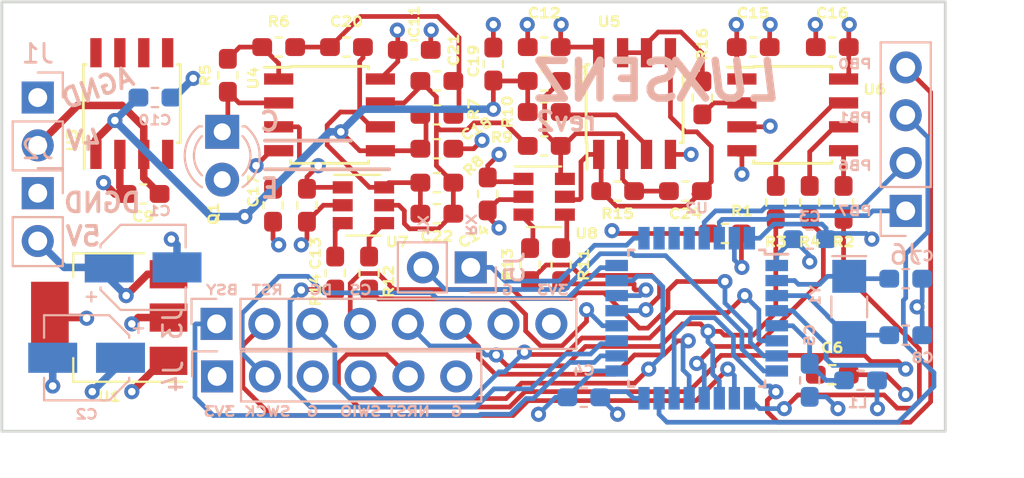
<source format=kicad_pcb>
(kicad_pcb (version 20171130) (host pcbnew "(5.0.0-rc2-178-g3c7b91b96)")
  (title_block (title "LuxSenz Receiver") (date 2018-06-25) (rev 1) (company "AMS / TU Delft"))
  (layers (0 F.Cu signal) (1 In1.Cu power) (2 In2.Cu power) (31 B.Cu signal) (34 B.Paste user) (35 F.Paste user) (36 B.SilkS user) (37 F.SilkS user) (38 B.Mask user) (39 F.Mask user) (44 Edge.Cuts user))
  (net 0 "")
  (net 1 "Net-(C20-Pad2)")
  (net 2 "Net-(R5-Pad2)")
  (net 3 "Net-(C23-Pad1)")
  (net 4 "Net-(C24-Pad1)")
  (net 5 "Net-(C21-Pad1)")
  (net 6 "Net-(C20-Pad1)")
  (net 7 "Net-(Q1-Pad1)")
  (net 8 "Net-(R1-Pad2)")
  (net 9 GNDD)
  (net 10 "Net-(R13-Pad2)")
  (net 11 "Net-(R16-Pad1)")
  (net 12 "Net-(R16-Pad2)")
  (net 13 "Net-(R14-Pad2)")
  (net 14 "Net-(R12-Pad2)")
  (net 15 "Net-(R11-Pad2)")
  (net 16 "Net-(R10-Pad1)")
  (net 17 +2V5)
  (net 18 +4V)
  (net 19 GNDA)
  (net 20 +3V3)
  (net 21 +5V)
  (net 22 "Net-(U3-Pad4)")
  (net 23 "Net-(U3-Pad5)")
  (net 24 "Net-(U3-Pad6)")
  (net 25 "Net-(U3-Pad7)")
  (net 26 "Net-(U3-Pad8)")
  (net 27 "Net-(C7-Pad1)")
  (net 28 "Net-(C8-Pad1)")
  (net 29 /NRST)
  (net 30 "Net-(C5-Pad2)")
  (net 31 /VCPTX)
  (net 32 /PB0)
  (net 33 /PB1)
  (net 34 /SWDIO)
  (net 35 /SWCLK)
  (net 36 /VCPRX)
  (net 37 "Net-(U2-Pad26)")
  (net 38 "Net-(U2-Pad27)")
  (net 39 "Net-(U2-Pad28)")
  (net 40 /PB6)
  (net 41 /PB7)
  (net 42 /EINK_CS)
  (net 43 /MCU_DOUT)
  (net 44 /ADC_DIN)
  (net 45 /ADC_CLK)
  (net 46 /MCU_CLK)
  (net 47 /MCU_CS)
  (net 48 /ADC_CS)
  (net 49 /U8U~D)
  (net 50 /U7U~D)
  (net 51 /U7~CS)
  (net 52 /U8~CS)
  (net 53 /EINK_DC)
  (net 54 /EINK_RST)
  (net 55 /EINK_DOUT)
  (net 56 /EINK_BUSY)
  (module Connector_PinHeader_2.54mm:PinHeader_1x02_P2.54mm_Vertical (layer B.Cu) (at 64.135 85.66 180)
    (fp_text reference J1 (at 0 2.33 180) (layer B.SilkS) (effects (justify mirror)))
    (fp_text value Conn_01x02)
    (pad 1 thru_hole rect (at 0 0 180) (size 1.7 1.7) (drill 1) (layers *.Cu *.Mask) (net 19 GNDA))
    (pad 2 thru_hole oval (at 0 -2.54 180) (size 1.7 1.7) (drill 1) (layers *.Cu *.Mask) (net 18 +4V))
  )
  (module Connector_PinHeader_2.54mm:PinHeader_1x02_P2.54mm_Vertical (layer B.Cu) (at 64.135 90.74 180)
    (fp_text reference J2 (at 0 2.33 180) (layer B.SilkS) (effects (justify mirror)))
    (fp_text value Conn_01x02)
    (pad 2 thru_hole oval (at 0 -2.54 180) (size 1.7 1.7) (drill 1) (layers *.Cu *.Mask) (net 21 +5V))
    (pad 1 thru_hole rect (at 0 0 180) (size 1.7 1.7) (drill 1) (layers *.Cu *.Mask) (net 9 GNDD))
  )
  (module Connector_PinHeader_2.54mm:PinHeader_1x02_P2.54mm_Vertical (layer B.Cu) (at 87.13 94.68 90)
    (fp_text reference J5 (at 0 2.33 90) (layer B.SilkS) (effects (justify mirror)))
    (fp_text value Conn_01x02_Male)
    (pad 1 thru_hole rect (at 0 0 90) (size 1.7 1.7) (drill 1) (layers *.Cu *.Mask) (net 36 /VCPRX))
    (pad 2 thru_hole oval (at 0 -2.54 90) (size 1.7 1.7) (drill 1) (layers *.Cu *.Mask) (net 31 /VCPTX))
  )
  (module Connector_PinHeader_2.54mm:PinHeader_1x04_P2.54mm_Vertical (layer B.Cu) (at 110.23 91.68)
    (fp_text reference J6 (at 0 2.33) (layer B.SilkS) (effects (justify mirror)))
    (fp_text value Conn_01x04_Male)
    (pad 1 thru_hole rect (at 0 0) (size 1.7 1.7) (drill 1) (layers *.Cu *.Mask) (net 41 /PB7))
    (pad 2 thru_hole oval (at 0 -2.54) (size 1.7 1.7) (drill 1) (layers *.Cu *.Mask) (net 40 /PB6))
    (pad 3 thru_hole oval (at 0 -5.08) (size 1.7 1.7) (drill 1) (layers *.Cu *.Mask) (net 33 /PB1))
    (pad 4 thru_hole oval (at 0 -7.62) (size 1.7 1.7) (drill 1) (layers *.Cu *.Mask) (net 32 /PB0))
  )
  (module Connector_PinHeader_2.54mm:PinHeader_1x06_P2.54mm_Vertical (layer B.Cu) (at 73.66 100.47 270)
    (fp_text reference J4 (at 0 2.33 270) (layer B.SilkS) (effects (justify mirror)))
    (fp_text value Conn_01x06_Male)
    (pad 1 thru_hole rect (at 0 0 270) (size 1.7 1.7) (drill 1) (layers *.Cu *.Mask) (net 20 +3V3))
    (pad 2 thru_hole oval (at 0 -2.54 270) (size 1.7 1.7) (drill 1) (layers *.Cu *.Mask) (net 35 /SWCLK))
    (pad 3 thru_hole oval (at 0 -5.08 270) (size 1.7 1.7) (drill 1) (layers *.Cu *.Mask) (net 9 GNDD))
    (pad 4 thru_hole oval (at 0 -7.62 270) (size 1.7 1.7) (drill 1) (layers *.Cu *.Mask) (net 34 /SWDIO))
    (pad 5 thru_hole oval (at 0 -10.16 270) (size 1.7 1.7) (drill 1) (layers *.Cu *.Mask) (net 29 /NRST))
    (pad 6 thru_hole oval (at 0 -12.7 270) (size 1.7 1.7) (drill 1) (layers *.Cu *.Mask) (net 9 GNDD))
  )
  (module Connector_PinHeader_2.54mm:PinHeader_1x08_P2.54mm_Vertical (layer B.Cu) (at 73.63 97.68 270)
    (fp_text reference J3 (at 0 2.33 270) (layer B.SilkS) (effects (justify mirror)))
    (fp_text value E-INK)
    (pad 1 thru_hole rect (at 0 0 270) (size 1.7 1.7) (drill 1) (layers *.Cu *.Mask) (net 56 /EINK_BUSY))
    (pad 2 thru_hole oval (at 0 -2.54 270) (size 1.7 1.7) (drill 1) (layers *.Cu *.Mask) (net 54 /EINK_RST))
    (pad 3 thru_hole oval (at 0 -5.08 270) (size 1.7 1.7) (drill 1) (layers *.Cu *.Mask) (net 53 /EINK_DC))
    (pad 4 thru_hole oval (at 0 -7.62 270) (size 1.7 1.7) (drill 1) (layers *.Cu *.Mask) (net 42 /EINK_CS))
    (pad 5 thru_hole oval (at 0 -10.16 270) (size 1.7 1.7) (drill 1) (layers *.Cu *.Mask) (net 45 /ADC_CLK))
    (pad 6 thru_hole oval (at 0 -12.7 270) (size 1.7 1.7) (drill 1) (layers *.Cu *.Mask) (net 55 /EINK_DOUT))
    (pad 7 thru_hole oval (at 0 -15.24 270) (size 1.7 1.7) (drill 1) (layers *.Cu *.Mask) (net 9 GNDD))
    (pad 8 thru_hole oval (at 0 -17.78 270) (size 1.7 1.7) (drill 1) (layers *.Cu *.Mask) (net 20 +3V3))
  )
  (module Package_QFP:LQFP-32_7x7mm_P0.8mm (layer B.Cu) (at 99.13 97.38 180)
    (fp_text reference U2 (at 0 5.85 180) (layer B.SilkS) (effects (font (size 0.5 0.6) (thickness 0.125)) (justify mirror)))
    (fp_text value STM32L031K6Tx)
    (pad 1 smd rect (at -4.25 2.8 180) (size 1.2 0.6) (layers B.Cu B.Paste B.Mask) (net 20 +3V3))
    (pad 2 smd rect (at -4.25 2 180) (size 1.2 0.6) (layers B.Cu B.Paste B.Mask) (net 27 "Net-(C7-Pad1)"))
    (pad 3 smd rect (at -4.25 1.2 180) (size 1.2 0.6) (layers B.Cu B.Paste B.Mask) (net 28 "Net-(C8-Pad1)"))
    (pad 4 smd rect (at -4.25 0.4 180) (size 1.2 0.6) (layers B.Cu B.Paste B.Mask) (net 29 /NRST))
    (pad 5 smd rect (at -4.25 -0.4 180) (size 1.2 0.6) (layers B.Cu B.Paste B.Mask) (net 30 "Net-(C5-Pad2)"))
    (pad 6 smd rect (at -4.25 -1.2 180) (size 1.2 0.6) (layers B.Cu B.Paste B.Mask) (net 53 /EINK_DC))
    (pad 7 smd rect (at -4.25 -2 180) (size 1.2 0.6) (layers B.Cu B.Paste B.Mask) (net 42 /EINK_CS))
    (pad 8 smd rect (at -4.25 -2.8 180) (size 1.2 0.6) (layers B.Cu B.Paste B.Mask) (net 31 /VCPTX))
    (pad 9 smd rect (at -2.8 -4.25 90) (size 1.2 0.6) (layers B.Cu B.Paste B.Mask) (net 48 /ADC_CS))
    (pad 10 smd rect (at -2 -4.25 90) (size 1.2 0.6) (layers B.Cu B.Paste B.Mask) (net 54 /EINK_RST))
    (pad 11 smd rect (at -1.2 -4.25 90) (size 1.2 0.6) (layers B.Cu B.Paste B.Mask) (net 45 /ADC_CLK))
    (pad 12 smd rect (at -0.4 -4.25 90) (size 1.2 0.6) (layers B.Cu B.Paste B.Mask) (net 44 /ADC_DIN))
    (pad 13 smd rect (at 0.4 -4.25 90) (size 1.2 0.6) (layers B.Cu B.Paste B.Mask) (net 55 /EINK_DOUT))
    (pad 14 smd rect (at 1.2 -4.25 90) (size 1.2 0.6) (layers B.Cu B.Paste B.Mask) (net 32 /PB0))
    (pad 15 smd rect (at 2 -4.25 90) (size 1.2 0.6) (layers B.Cu B.Paste B.Mask) (net 33 /PB1))
    (pad 16 smd rect (at 2.8 -4.25 90) (size 1.2 0.6) (layers B.Cu B.Paste B.Mask) (net 9 GNDD))
    (pad 17 smd rect (at 4.25 -2.8 180) (size 1.2 0.6) (layers B.Cu B.Paste B.Mask) (net 20 +3V3))
    (pad 18 smd rect (at 4.25 -2 180) (size 1.2 0.6) (layers B.Cu B.Paste B.Mask) (net 56 /EINK_BUSY))
    (pad 19 smd rect (at 4.25 -1.2 180) (size 1.2 0.6) (layers B.Cu B.Paste B.Mask) (net 50 /U7U~D))
    (pad 20 smd rect (at 4.25 -0.4 180) (size 1.2 0.6) (layers B.Cu B.Paste B.Mask) (net 51 /U7~CS))
    (pad 21 smd rect (at 4.25 0.4 180) (size 1.2 0.6) (layers B.Cu B.Paste B.Mask) (net 49 /U8U~D))
    (pad 22 smd rect (at 4.25 1.2 180) (size 1.2 0.6) (layers B.Cu B.Paste B.Mask) (net 52 /U8~CS))
    (pad 23 smd rect (at 4.25 2 180) (size 1.2 0.6) (layers B.Cu B.Paste B.Mask) (net 34 /SWDIO))
    (pad 24 smd rect (at 4.25 2.8 180) (size 1.2 0.6) (layers B.Cu B.Paste B.Mask) (net 35 /SWCLK))
    (pad 25 smd rect (at 2.8 4.25 90) (size 1.2 0.6) (layers B.Cu B.Paste B.Mask) (net 36 /VCPRX))
    (pad 26 smd rect (at 2 4.25 90) (size 1.2 0.6) (layers B.Cu B.Paste B.Mask) (net 37 "Net-(U2-Pad26)"))
    (pad 27 smd rect (at 1.2 4.25 90) (size 1.2 0.6) (layers B.Cu B.Paste B.Mask) (net 38 "Net-(U2-Pad27)"))
    (pad 28 smd rect (at 0.4 4.25 90) (size 1.2 0.6) (layers B.Cu B.Paste B.Mask) (net 39 "Net-(U2-Pad28)"))
    (pad 29 smd rect (at -0.4 4.25 90) (size 1.2 0.6) (layers B.Cu B.Paste B.Mask) (net 40 /PB6))
    (pad 30 smd rect (at -1.2 4.25 90) (size 1.2 0.6) (layers B.Cu B.Paste B.Mask) (net 41 /PB7))
    (pad 31 smd rect (at -2 4.25 90) (size 1.2 0.6) (layers B.Cu B.Paste B.Mask) (net 8 "Net-(R1-Pad2)"))
    (pad 32 smd rect (at -2.8 4.25 90) (size 1.2 0.6) (layers B.Cu B.Paste B.Mask) (net 9 GNDD))
  )
  (module Capacitor_SMD:CP_Elec_4x5.4 (layer B.Cu) (at 66.73 99.48 180)
    (fp_text reference C2 (at 0 -3 180) (layer B.SilkS) (effects (font (size 0.5 0.6) (thickness 0.125)) (justify mirror)))
    (fp_text value 10u)
    (pad 2 smd rect (at 1.8 0 180) (size 2.6 1.6) (layers B.Cu B.Paste B.Mask) (net 9 GNDD))
    (pad 1 smd rect (at -1.8 0 180) (size 2.6 1.6) (layers B.Cu B.Paste B.Mask) (net 20 +3V3))
  )
  (module Capacitor_SMD:CP_Elec_4x5.4 (layer B.Cu) (at 69.73 94.68)
    (fp_text reference C1 (at 0.882 -3) (layer B.SilkS) (effects (font (size 0.5 0.6) (thickness 0.125)) (justify mirror)))
    (fp_text value 10u)
    (pad 1 smd rect (at -1.8 0) (size 2.6 1.6) (layers B.Cu B.Paste B.Mask) (net 21 +5V))
    (pad 2 smd rect (at 1.8 0) (size 2.6 1.6) (layers B.Cu B.Paste B.Mask) (net 9 GNDD))
  )
  (module Capacitor_SMD:C_0603_1608Metric_Pad1.05x0.95mm_HandSolder (layer F.Cu) (at 91.03 82.98 180)
    (fp_text reference C12 (at 0 1.8 180) (layer F.SilkS) (effects (font (size 0.5 0.6) (thickness 0.125))))
    (fp_text value 1u)
    (pad 2 smd roundrect (at 0.875 0 180) (size 1.05 0.95) (layers F.Cu F.Paste F.Mask) (net 19 GNDA))
    (pad 1 smd roundrect (at -0.875 0 180) (size 1.05 0.95) (layers F.Cu F.Paste F.Mask) (net 18 +4V))
  )
  (module Capacitor_SMD:C_0603_1608Metric_Pad1.05x0.95mm_HandSolder (layer F.Cu) (at 98.53 90.63 180)
    (fp_text reference C24 (at 0 -1.2 180) (layer F.SilkS) (effects (font (size 0.5 0.6) (thickness 0.125))))
    (fp_text value option)
    (pad 1 smd roundrect (at -0.875 0 180) (size 1.05 0.95) (layers F.Cu F.Paste F.Mask) (net 4 "Net-(C24-Pad1)"))
    (pad 2 smd roundrect (at 0.875 0 180) (size 1.05 0.95) (layers F.Cu F.Paste F.Mask) (net 3 "Net-(C23-Pad1)"))
  )
  (module Capacitor_SMD:C_0603_1608Metric_Pad1.05x0.95mm_HandSolder (layer F.Cu) (at 91.03 84.78 180)
    (fp_text reference C23 (at -1.95 0 270) (layer F.SilkS) (effects (font (size 0.5 0.6) (thickness 0.125))))
    (fp_text value option)
    (pad 2 smd roundrect (at 0.875 0 180) (size 1.05 0.95) (layers F.Cu F.Paste F.Mask) (net 17 +2V5))
    (pad 1 smd roundrect (at -0.875 0 180) (size 1.05 0.95) (layers F.Cu F.Paste F.Mask) (net 3 "Net-(C23-Pad1)"))
  )
  (module Capacitor_SMD:C_0603_1608Metric_Pad1.05x0.95mm_HandSolder (layer F.Cu) (at 85.33 91.83 180)
    (fp_text reference C22 (at 0 -1.2 180) (layer F.SilkS) (effects (font (size 0.5 0.6) (thickness 0.125))))
    (fp_text value option)
    (pad 1 smd roundrect (at -0.875 0 180) (size 1.05 0.95) (layers F.Cu F.Paste F.Mask) (net 5 "Net-(C21-Pad1)"))
    (pad 2 smd roundrect (at 0.875 0 180) (size 1.05 0.95) (layers F.Cu F.Paste F.Mask) (net 6 "Net-(C20-Pad1)"))
  )
  (module Capacitor_SMD:C_0603_1608Metric_Pad1.05x0.95mm_HandSolder (layer F.Cu) (at 85.33 84.78)
    (fp_text reference C21 (at 0.9 -1.65 90) (layer F.SilkS) (effects (font (size 0.5 0.6) (thickness 0.125))))
    (fp_text value 1u)
    (pad 2 smd roundrect (at 0.875 0) (size 1.05 0.95) (layers F.Cu F.Paste F.Mask) (net 1 "Net-(C20-Pad2)"))
    (pad 1 smd roundrect (at -0.875 0) (size 1.05 0.95) (layers F.Cu F.Paste F.Mask) (net 5 "Net-(C21-Pad1)"))
  )
  (module Capacitor_SMD:C_0603_1608Metric_Pad1.05x0.95mm_HandSolder (layer F.Cu) (at 80.53 82.98 180)
    (fp_text reference C20 (at 0 1.35 180) (layer F.SilkS) (effects (font (size 0.5 0.6) (thickness 0.125))))
    (fp_text value 1u)
    (pad 1 smd roundrect (at -0.875 0 180) (size 1.05 0.95) (layers F.Cu F.Paste F.Mask) (net 6 "Net-(C20-Pad1)"))
    (pad 2 smd roundrect (at 0.875 0 180) (size 1.05 0.95) (layers F.Cu F.Paste F.Mask) (net 1 "Net-(C20-Pad2)"))
  )
  (module Capacitor_SMD:C_0603_1608Metric_Pad1.05x0.95mm_HandSolder (layer F.Cu) (at 88.33 83.88 90)
    (fp_text reference C19 (at 0.15 -1.05 90) (layer F.SilkS) (effects (font (size 0.5 0.6) (thickness 0.125))))
    (fp_text value 100n)
    (pad 2 smd roundrect (at 0.875 0 90) (size 1.05 0.95) (layers F.Cu F.Paste F.Mask) (net 19 GNDA))
    (pad 1 smd roundrect (at -0.875 0 90) (size 1.05 0.95) (layers F.Cu F.Paste F.Mask) (net 17 +2V5))
  )
  (module Capacitor_SMD:C_0603_1608Metric_Pad1.05x0.95mm_HandSolder (layer F.Cu) (at 85.33 88.38 180)
    (fp_text reference C18 (at -2.1 1.05 210) (layer F.SilkS) (effects (font (size 0.5 0.6) (thickness 0.125))))
    (fp_text value 100n)
    (pad 1 smd roundrect (at -0.875 0 180) (size 1.05 0.95) (layers F.Cu F.Paste F.Mask) (net 19 GNDA))
    (pad 2 smd roundrect (at 0.875 0 180) (size 1.05 0.95) (layers F.Cu F.Paste F.Mask) (net 17 +2V5))
  )
  (module Capacitor_SMD:C_0603_1608Metric_Pad1.05x0.95mm_HandSolder (layer F.Cu) (at 76.63 91.38 270)
    (fp_text reference C17 (at -0.75 1.05 270) (layer F.SilkS) (effects (font (size 0.5 0.6) (thickness 0.125))))
    (fp_text value 100n)
    (pad 2 smd roundrect (at 0.875 0 270) (size 1.05 0.95) (layers F.Cu F.Paste F.Mask) (net 19 GNDA))
    (pad 1 smd roundrect (at -0.875 0 270) (size 1.05 0.95) (layers F.Cu F.Paste F.Mask) (net 17 +2V5))
  )
  (module Capacitor_SMD:C_0603_1608Metric_Pad1.05x0.95mm_HandSolder (layer F.Cu) (at 106.33 82.98)
    (fp_text reference C16 (at 0 -1.8) (layer F.SilkS) (effects (font (size 0.5 0.6) (thickness 0.125))))
    (fp_text value 1u)
    (pad 1 smd roundrect (at -0.875 0) (size 1.05 0.95) (layers F.Cu F.Paste F.Mask) (net 19 GNDA))
    (pad 2 smd roundrect (at 0.875 0) (size 1.05 0.95) (layers F.Cu F.Paste F.Mask) (net 18 +4V))
  )
  (module Capacitor_SMD:C_0603_1608Metric_Pad1.05x0.95mm_HandSolder (layer F.Cu) (at 78.43 91.38 270)
    (fp_text reference C13 (at 2.55 -0.45 270) (layer F.SilkS) (effects (font (size 0.5 0.6) (thickness 0.125))))
    (fp_text value 100n)
    (pad 2 smd roundrect (at 0.875 0 270) (size 1.05 0.95) (layers F.Cu F.Paste F.Mask) (net 19 GNDA))
    (pad 1 smd roundrect (at -0.875 0 270) (size 1.05 0.95) (layers F.Cu F.Paste F.Mask) (net 18 +4V))
  )
  (module Capacitor_SMD:C_0603_1608Metric_Pad1.05x0.95mm_HandSolder (layer F.Cu) (at 84.13 83.13)
    (fp_text reference C11 (at 0 -1.5 90) (layer F.SilkS) (effects (font (size 0.5 0.6) (thickness 0.125))))
    (fp_text value 1u)
    (pad 1 smd roundrect (at -0.875 0) (size 1.05 0.95) (layers F.Cu F.Paste F.Mask) (net 18 +4V))
    (pad 2 smd roundrect (at 0.875 0) (size 1.05 0.95) (layers F.Cu F.Paste F.Mask) (net 19 GNDA))
  )
  (module Capacitor_SMD:C_0603_1608Metric_Pad1.05x0.95mm_HandSolder (layer B.Cu) (at 70.358 85.66)
    (fp_text reference C10 (at 0 1.2) (layer B.SilkS) (effects (font (size 0.5 0.6) (thickness 0.125)) (justify mirror)))
    (fp_text value 1u)
    (pad 2 smd roundrect (at 0.875 0) (size 1.05 0.95) (layers B.Cu B.Paste B.Mask) (net 19 GNDA))
    (pad 1 smd roundrect (at -0.875 0) (size 1.05 0.95) (layers B.Cu B.Paste B.Mask) (net 17 +2V5))
  )
  (module Capacitor_SMD:C_0603_1608Metric_Pad1.05x0.95mm_HandSolder (layer F.Cu) (at 69.73 90.78 180)
    (fp_text reference C9 (at 0 -1.2 180) (layer F.SilkS) (effects (font (size 0.5 0.6) (thickness 0.125))))
    (fp_text value 10u)
    (pad 1 smd roundrect (at -0.875 0 180) (size 1.05 0.95) (layers F.Cu F.Paste F.Mask) (net 18 +4V))
    (pad 2 smd roundrect (at 0.875 0 180) (size 1.05 0.95) (layers F.Cu F.Paste F.Mask) (net 19 GNDA))
  )
  (module Capacitor_SMD:C_0603_1608Metric_Pad1.05x0.95mm_HandSolder (layer B.Cu) (at 110.23 98.28)
    (fp_text reference C8 (at 0.9 1.2) (layer B.SilkS) (effects (font (size 0.5 0.6) (thickness 0.125)) (justify mirror)))
    (fp_text value ?pF)
    (pad 2 smd roundrect (at 0.875 0) (size 1.05 0.95) (layers B.Cu B.Paste B.Mask) (net 9 GNDD))
    (pad 1 smd roundrect (at -0.875 0) (size 1.05 0.95) (layers B.Cu B.Paste B.Mask) (net 28 "Net-(C8-Pad1)"))
  )
  (module Capacitor_SMD:C_0603_1608Metric_Pad1.05x0.95mm_HandSolder (layer B.Cu) (at 110.23 95.28)
    (fp_text reference C7 (at 0.9 -1.2) (layer B.SilkS) (effects (font (size 0.5 0.6) (thickness 0.125)) (justify mirror)))
    (fp_text value ?pF)
    (pad 1 smd roundrect (at -0.875 0) (size 1.05 0.95) (layers B.Cu B.Paste B.Mask) (net 27 "Net-(C7-Pad1)"))
    (pad 2 smd roundrect (at 0.875 0) (size 1.05 0.95) (layers B.Cu B.Paste B.Mask) (net 9 GNDD))
  )
  (module Capacitor_SMD:C_0603_1608Metric_Pad1.05x0.95mm_HandSolder (layer F.Cu) (at 106.33 100.38)
    (fp_text reference C6 (at 0 -1.43) (layer F.SilkS) (effects (font (size 0.5 0.6) (thickness 0.125))))
    (fp_text value 100n)
    (pad 2 smd roundrect (at 0.875 0) (size 1.05 0.95) (layers F.Cu F.Paste F.Mask) (net 9 GNDD))
    (pad 1 smd roundrect (at -0.875 0) (size 1.05 0.95) (layers F.Cu F.Paste F.Mask) (net 29 /NRST))
  )
  (module Capacitor_SMD:C_0603_1608Metric_Pad1.05x0.95mm_HandSolder (layer B.Cu) (at 105.13 100.68 90)
    (fp_text reference C5 (at 2.4 0 90) (layer B.SilkS) (effects (font (size 0.5 0.6) (thickness 0.125)) (justify mirror)))
    (fp_text value 100n)
    (pad 1 smd roundrect (at -0.875 0 90) (size 1.05 0.95) (layers B.Cu B.Paste B.Mask) (net 9 GNDD))
    (pad 2 smd roundrect (at 0.875 0 90) (size 1.05 0.95) (layers B.Cu B.Paste B.Mask) (net 30 "Net-(C5-Pad2)"))
  )
  (module Capacitor_SMD:C_0603_1608Metric_Pad1.05x0.95mm_HandSolder (layer B.Cu) (at 93.13 101.58 180)
    (fp_text reference C4 (at 0 1.43 180) (layer B.SilkS) (effects (font (size 0.5 0.6) (thickness 0.125)) (justify mirror)))
    (fp_text value 100n)
    (pad 2 smd roundrect (at 0.875 0 180) (size 1.05 0.95) (layers B.Cu B.Paste B.Mask) (net 20 +3V3))
    (pad 1 smd roundrect (at -0.875 0 180) (size 1.05 0.95) (layers B.Cu B.Paste B.Mask) (net 9 GNDD))
  )
  (module Capacitor_SMD:C_0603_1608Metric_Pad1.05x0.95mm_HandSolder (layer B.Cu) (at 105.13 93.18 180)
    (fp_text reference C3 (at 0 1.2 180) (layer B.SilkS) (effects (font (size 0.5 0.6) (thickness 0.125)) (justify mirror)))
    (fp_text value 100n)
    (pad 1 smd roundrect (at -0.875 0 180) (size 1.05 0.95) (layers B.Cu B.Paste B.Mask) (net 9 GNDD))
    (pad 2 smd roundrect (at 0.875 0 180) (size 1.05 0.95) (layers B.Cu B.Paste B.Mask) (net 20 +3V3))
  )
  (module Capacitor_SMD:C_0603_1608Metric_Pad1.05x0.95mm_HandSolder (layer F.Cu) (at 88.03 90.78 270)
    (fp_text reference C14 (at 2.25 0.75 210) (layer F.SilkS) (effects (font (size 0.5 0.6) (thickness 0.125))))
    (fp_text value 100n)
    (pad 2 smd roundrect (at 0.875 0 270) (size 1.05 0.95) (layers F.Cu F.Paste F.Mask) (net 19 GNDA))
    (pad 1 smd roundrect (at -0.875 0 270) (size 1.05 0.95) (layers F.Cu F.Paste F.Mask) (net 18 +4V))
  )
  (module Capacitor_SMD:C_0603_1608Metric_Pad1.05x0.95mm_HandSolder (layer F.Cu) (at 102.13 82.98)
    (fp_text reference C15 (at 0 -1.8) (layer F.SilkS) (effects (font (size 0.5 0.6) (thickness 0.125))))
    (fp_text value 1u)
    (pad 1 smd roundrect (at -0.875 0) (size 1.05 0.95) (layers F.Cu F.Paste F.Mask) (net 18 +4V))
    (pad 2 smd roundrect (at 0.875 0) (size 1.05 0.95) (layers F.Cu F.Paste F.Mask) (net 19 GNDA))
  )
  (module Crystal:Crystal_SMD_G8-2Pin_3.2x1.5mm_HandSoldering (layer B.Cu) (at 107.23 96.78 270)
    (fp_text reference Y1 (at -0.6 1.8 270) (layer B.SilkS) (effects (font (size 0.5 0.6) (thickness 0.125)) (justify mirror)))
    (fp_text value 32.768k)
    (pad 1 smd rect (at -1.625 0 270) (size 1.75 1.8) (layers B.Cu B.Paste B.Mask) (net 27 "Net-(C7-Pad1)"))
    (pad 2 smd rect (at 1.625 0 270) (size 1.75 1.8) (layers B.Cu B.Paste B.Mask) (net 28 "Net-(C8-Pad1)"))
  )
  (module Inductor_SMD:L_0603_1608Metric_Pad1.05x0.95mm_HandSolder (layer B.Cu) (at 107.83 100.68)
    (fp_text reference L1 (at -0.15 1.2) (layer B.SilkS) (effects (font (size 0.5 0.6) (thickness 0.125)) (justify mirror)))
    (fp_text value BEAD)
    (pad 1 smd roundrect (at -0.875 0) (size 1.05 0.95) (layers B.Cu B.Paste B.Mask) (net 30 "Net-(C5-Pad2)"))
    (pad 2 smd roundrect (at 0.875 0) (size 1.05 0.95) (layers B.Cu B.Paste B.Mask) (net 20 +3V3))
  )
  (module LED_THT:LED_D3.0mm_Clear (layer B.Cu) (at 73.93 87.48 270)
    (fp_text reference Q1 (at 4.35 0.45 270) (layer F.SilkS) (effects (font (size 0.5 0.6) (thickness 0.125))))
    (fp_text value TEPT4400)
    (pad 1 thru_hole rect (at 0 0 270) (size 1.8 1.8) (drill 0.9) (layers *.Cu *.Mask) (net 7 "Net-(Q1-Pad1)"))
    (pad 2 thru_hole circle (at 2.54 0 270) (size 1.8 1.8) (drill 0.9) (layers *.Cu *.Mask) (net 19 GNDA))
  )
  (module Package_SO:SOIC-8_3.9x4.9mm_P1.27mm (layer F.Cu) (at 104.23 86.58)
    (fp_text reference U6 (at 4.35 -1.35) (layer F.SilkS) (effects (font (size 0.5 0.6) (thickness 0.125))))
    (fp_text value MCP3201)
    (pad 8 smd rect (at 2.7 -1.905) (size 1.55 0.6) (layers F.Cu F.Paste F.Mask) (net 18 +4V))
    (pad 7 smd rect (at 2.7 -0.635) (size 1.55 0.6) (layers F.Cu F.Paste F.Mask) (net 46 /MCU_CLK))
    (pad 6 smd rect (at 2.7 0.635) (size 1.55 0.6) (layers F.Cu F.Paste F.Mask) (net 43 /MCU_DOUT))
    (pad 5 smd rect (at 2.7 1.905) (size 1.55 0.6) (layers F.Cu F.Paste F.Mask) (net 47 /MCU_CS))
    (pad 4 smd rect (at -2.7 1.905) (size 1.55 0.6) (layers F.Cu F.Paste F.Mask) (net 19 GNDA))
    (pad 3 smd rect (at -2.7 0.635) (size 1.55 0.6) (layers F.Cu F.Paste F.Mask) (net 19 GNDA))
    (pad 2 smd rect (at -2.7 -0.635) (size 1.55 0.6) (layers F.Cu F.Paste F.Mask) (net 11 "Net-(R16-Pad1)"))
    (pad 1 smd rect (at -2.7 -1.905) (size 1.55 0.6) (layers F.Cu F.Paste F.Mask) (net 18 +4V))
  )
  (module Package_SO:SOIC-8_3.9x4.9mm_P1.27mm (layer F.Cu) (at 95.83 85.98 90)
    (fp_text reference U5 (at 4.35 -1.35 180) (layer F.SilkS) (effects (font (size 0.5 0.6) (thickness 0.125))))
    (fp_text value OPA2325)
    (pad 1 smd rect (at -2.7 -1.905 90) (size 1.55 0.6) (layers F.Cu F.Paste F.Mask) (net 4 "Net-(C24-Pad1)"))
    (pad 2 smd rect (at -2.7 -0.635 90) (size 1.55 0.6) (layers F.Cu F.Paste F.Mask) (net 3 "Net-(C23-Pad1)"))
    (pad 3 smd rect (at -2.7 0.635 90) (size 1.55 0.6) (layers F.Cu F.Paste F.Mask) (net 16 "Net-(R10-Pad1)"))
    (pad 4 smd rect (at -2.7 1.905 90) (size 1.55 0.6) (layers F.Cu F.Paste F.Mask) (net 19 GNDA))
    (pad 5 smd rect (at 2.7 1.905 90) (size 1.55 0.6) (layers F.Cu F.Paste F.Mask) (net 4 "Net-(C24-Pad1)"))
    (pad 6 smd rect (at 2.7 0.635 90) (size 1.55 0.6) (layers F.Cu F.Paste F.Mask) (net 12 "Net-(R16-Pad2)"))
    (pad 7 smd rect (at 2.7 -0.635 90) (size 1.55 0.6) (layers F.Cu F.Paste F.Mask) (net 12 "Net-(R16-Pad2)"))
    (pad 8 smd rect (at 2.7 -1.905 90) (size 1.55 0.6) (layers F.Cu F.Paste F.Mask) (net 18 +4V))
  )
  (module Package_SO:SOIC-8_3.9x4.9mm_P1.27mm (layer F.Cu) (at 79.63 86.58)
    (fp_text reference U4 (at -4.05 -1.95 90) (layer F.SilkS) (effects (font (size 0.5 0.6) (thickness 0.125))))
    (fp_text value OPA2325)
    (pad 8 smd rect (at 2.7 -1.905) (size 1.55 0.6) (layers F.Cu F.Paste F.Mask) (net 18 +4V))
    (pad 7 smd rect (at 2.7 -0.635) (size 1.55 0.6) (layers F.Cu F.Paste F.Mask) (net 5 "Net-(C21-Pad1)"))
    (pad 6 smd rect (at 2.7 0.635) (size 1.55 0.6) (layers F.Cu F.Paste F.Mask) (net 6 "Net-(C20-Pad1)"))
    (pad 5 smd rect (at 2.7 1.905) (size 1.55 0.6) (layers F.Cu F.Paste F.Mask) (net 17 +2V5))
    (pad 4 smd rect (at -2.7 1.905) (size 1.55 0.6) (layers F.Cu F.Paste F.Mask) (net 19 GNDA))
    (pad 3 smd rect (at -2.7 0.635) (size 1.55 0.6) (layers F.Cu F.Paste F.Mask) (net 17 +2V5))
    (pad 2 smd rect (at -2.7 -0.635) (size 1.55 0.6) (layers F.Cu F.Paste F.Mask) (net 7 "Net-(Q1-Pad1)"))
    (pad 1 smd rect (at -2.7 -1.905) (size 1.55 0.6) (layers F.Cu F.Paste F.Mask) (net 2 "Net-(R5-Pad2)"))
  )
  (module Package_SO:SOIC-8_3.9x4.9mm_P1.27mm (layer F.Cu) (at 69.13 85.98 90)
    (fp_text reference U3 (at -1.95 -3.15 90) (layer F.SilkS) (effects (font (size 0.5 0.6) (thickness 0.125))))
    (fp_text value TLE2425xD)
    (pad 1 smd rect (at -2.7 -1.905 90) (size 1.55 0.6) (layers F.Cu F.Paste F.Mask) (net 17 +2V5))
    (pad 2 smd rect (at -2.7 -0.635 90) (size 1.55 0.6) (layers F.Cu F.Paste F.Mask) (net 19 GNDA))
    (pad 3 smd rect (at -2.7 0.635 90) (size 1.55 0.6) (layers F.Cu F.Paste F.Mask) (net 18 +4V))
    (pad 4 smd rect (at -2.7 1.905 90) (size 1.55 0.6) (layers F.Cu F.Paste F.Mask) (net 22 "Net-(U3-Pad4)"))
    (pad 5 smd rect (at 2.7 1.905 90) (size 1.55 0.6) (layers F.Cu F.Paste F.Mask) (net 23 "Net-(U3-Pad5)"))
    (pad 6 smd rect (at 2.7 0.635 90) (size 1.55 0.6) (layers F.Cu F.Paste F.Mask) (net 24 "Net-(U3-Pad6)"))
    (pad 7 smd rect (at 2.7 -0.635 90) (size 1.55 0.6) (layers F.Cu F.Paste F.Mask) (net 25 "Net-(U3-Pad7)"))
    (pad 8 smd rect (at 2.7 -1.905 90) (size 1.55 0.6) (layers F.Cu F.Paste F.Mask) (net 26 "Net-(U3-Pad8)"))
  )
  (module Package_TO_SOT_SMD:SOT-223-3_TabPin2 (layer F.Cu) (at 67.93 97.344 180)
    (fp_text reference U1 (at 0 -4.2 180) (layer F.SilkS) (effects (font (size 0.5 0.6) (thickness 0.125))))
    (fp_text value AMS1117-3.3)
    (pad 2 smd rect (at 3.15 0 180) (size 2 3.8) (layers F.Cu F.Paste F.Mask) (net 20 +3V3))
    (pad 2 smd rect (at -3.15 0 180) (size 2 1.5) (layers F.Cu F.Paste F.Mask) (net 20 +3V3))
    (pad 3 smd rect (at -3.15 2.3 180) (size 2 1.5) (layers F.Cu F.Paste F.Mask) (net 21 +5V))
    (pad 1 smd rect (at -3.15 -2.3 180) (size 2 1.5) (layers F.Cu F.Paste F.Mask) (net 9 GNDD))
  )
  (module Package_TO_SOT_SMD:SOT-23-6 (layer F.Cu) (at 91.03 90.93)
    (fp_text reference U8 (at 2.25 1.95) (layer F.SilkS) (effects (font (size 0.5 0.6) (thickness 0.125))))
    (fp_text value MCP4012-x503CH)
    (pad 5 smd rect (at 1.1 0) (size 1.06 0.65) (layers F.Cu F.Paste F.Mask) (net 4 "Net-(C24-Pad1)"))
    (pad 6 smd rect (at 1.1 -0.95) (size 1.06 0.65) (layers F.Cu F.Paste F.Mask) (net 3 "Net-(C23-Pad1)"))
    (pad 4 smd rect (at 1.1 0.95) (size 1.06 0.65) (layers F.Cu F.Paste F.Mask) (net 15 "Net-(R11-Pad2)"))
    (pad 3 smd rect (at -1.1 0.95) (size 1.06 0.65) (layers F.Cu F.Paste F.Mask) (net 10 "Net-(R13-Pad2)"))
    (pad 2 smd rect (at -1.1 0) (size 1.06 0.65) (layers F.Cu F.Paste F.Mask) (net 19 GNDA))
    (pad 1 smd rect (at -1.1 -0.95) (size 1.06 0.65) (layers F.Cu F.Paste F.Mask) (net 18 +4V))
  )
  (module Package_TO_SOT_SMD:SOT-23-6 (layer F.Cu) (at 81.43 91.38)
    (fp_text reference U7 (at 1.8 1.95) (layer F.SilkS) (effects (font (size 0.5 0.6) (thickness 0.125))))
    (fp_text value MCP4012-x503CH)
    (pad 1 smd rect (at -1.1 -0.95) (size 1.06 0.65) (layers F.Cu F.Paste F.Mask) (net 18 +4V))
    (pad 2 smd rect (at -1.1 0) (size 1.06 0.65) (layers F.Cu F.Paste F.Mask) (net 19 GNDA))
    (pad 3 smd rect (at -1.1 0.95) (size 1.06 0.65) (layers F.Cu F.Paste F.Mask) (net 13 "Net-(R14-Pad2)"))
    (pad 4 smd rect (at 1.1 0.95) (size 1.06 0.65) (layers F.Cu F.Paste F.Mask) (net 14 "Net-(R12-Pad2)"))
    (pad 6 smd rect (at 1.1 -0.95) (size 1.06 0.65) (layers F.Cu F.Paste F.Mask) (net 6 "Net-(C20-Pad1)"))
    (pad 5 smd rect (at 1.1 0) (size 1.06 0.65) (layers F.Cu F.Paste F.Mask) (net 5 "Net-(C21-Pad1)"))
  )
  (module Resistor_SMD:R_0603_1608Metric_Pad1.05x0.95mm_HandSolder (layer F.Cu) (at 85.33 86.58)
    (fp_text reference R7 (at 1.95 -0.3 90) (layer F.SilkS) (effects (font (size 0.5 0.6) (thickness 0.125))))
    (fp_text value 68)
    (pad 2 smd roundrect (at 0.875 0) (size 1.05 0.95) (layers F.Cu F.Paste F.Mask) (net 1 "Net-(C20-Pad2)"))
    (pad 1 smd roundrect (at -0.875 0) (size 1.05 0.95) (layers F.Cu F.Paste F.Mask) (net 17 +2V5))
  )
  (module Resistor_SMD:R_0603_1608Metric_Pad1.05x0.95mm_HandSolder (layer F.Cu) (at 91.03 86.43 180)
    (fp_text reference R10 (at 1.95 0 270) (layer F.SilkS) (effects (font (size 0.5 0.6) (thickness 0.125))))
    (fp_text value 0)
    (pad 1 smd roundrect (at -0.875 0 180) (size 1.05 0.95) (layers F.Cu F.Paste F.Mask) (net 16 "Net-(R10-Pad1)"))
    (pad 2 smd roundrect (at 0.875 0 180) (size 1.05 0.95) (layers F.Cu F.Paste F.Mask) (net 17 +2V5))
  )
  (module Resistor_SMD:R_0603_1608Metric_Pad1.05x0.95mm_HandSolder (layer F.Cu) (at 91.93 94.53 90)
    (fp_text reference R11 (at 0 1.2 90) (layer F.SilkS) (effects (font (size 0.5 0.6) (thickness 0.125))))
    (fp_text value 1k5)
    (pad 2 smd roundrect (at 0.875 0 90) (size 1.05 0.95) (layers F.Cu F.Paste F.Mask) (net 15 "Net-(R11-Pad2)"))
    (pad 1 smd roundrect (at -0.875 0 90) (size 1.05 0.95) (layers F.Cu F.Paste F.Mask) (net 52 /U8~CS))
  )
  (module Resistor_SMD:R_0603_1608Metric_Pad1.05x0.95mm_HandSolder (layer F.Cu) (at 81.73 94.98 90)
    (fp_text reference R12 (at -0.45 1.05 90) (layer F.SilkS) (effects (font (size 0.5 0.6) (thickness 0.125))))
    (fp_text value 1k5)
    (pad 1 smd roundrect (at -0.875 0 90) (size 1.05 0.95) (layers F.Cu F.Paste F.Mask) (net 51 /U7~CS))
    (pad 2 smd roundrect (at 0.875 0 90) (size 1.05 0.95) (layers F.Cu F.Paste F.Mask) (net 14 "Net-(R12-Pad2)"))
  )
  (module Resistor_SMD:R_0603_1608Metric_Pad1.05x0.95mm_HandSolder (layer F.Cu) (at 79.93 94.98 90)
    (fp_text reference R14 (at -0.9 -1.05 90) (layer F.SilkS) (effects (font (size 0.5 0.6) (thickness 0.125))))
    (fp_text value 1k5)
    (pad 2 smd roundrect (at 0.875 0 90) (size 1.05 0.95) (layers F.Cu F.Paste F.Mask) (net 13 "Net-(R14-Pad2)"))
    (pad 1 smd roundrect (at -0.875 0 90) (size 1.05 0.95) (layers F.Cu F.Paste F.Mask) (net 50 /U7U~D))
  )
  (module Resistor_SMD:R_0603_1608Metric_Pad1.05x0.95mm_HandSolder (layer F.Cu) (at 99.43 85.68 90)
    (fp_text reference R16 (at 2.85 0 90) (layer F.SilkS) (effects (font (size 0.5 0.6) (thickness 0.125))))
    (fp_text value 2k2)
    (pad 1 smd roundrect (at -0.875 0 90) (size 1.05 0.95) (layers F.Cu F.Paste F.Mask) (net 11 "Net-(R16-Pad1)"))
    (pad 2 smd roundrect (at 0.875 0 90) (size 1.05 0.95) (layers F.Cu F.Paste F.Mask) (net 12 "Net-(R16-Pad2)"))
  )
  (module Resistor_SMD:R_0603_1608Metric_Pad1.05x0.95mm_HandSolder (layer F.Cu) (at 90.28 94.53 90)
    (fp_text reference R13 (at 0 -1.2 90) (layer F.SilkS) (effects (font (size 0.5 0.6) (thickness 0.125))))
    (fp_text value 1k5)
    (pad 2 smd roundrect (at 0.875 0 90) (size 1.05 0.95) (layers F.Cu F.Paste F.Mask) (net 10 "Net-(R13-Pad2)"))
    (pad 1 smd roundrect (at -0.875 0 90) (size 1.05 0.95) (layers F.Cu F.Paste F.Mask) (net 49 /U8U~D))
  )
  (module Resistor_SMD:R_0603_1608Metric_Pad1.05x0.95mm_HandSolder (layer F.Cu) (at 91.03 88.23 180)
    (fp_text reference R9 (at 2.25 0.45 180) (layer F.SilkS) (effects (font (size 0.5 0.6) (thickness 0.125))))
    (fp_text value 100-3k)
    (pad 1 smd roundrect (at -0.875 0 180) (size 1.05 0.95) (layers F.Cu F.Paste F.Mask) (net 3 "Net-(C23-Pad1)"))
    (pad 2 smd roundrect (at 0.875 0 180) (size 1.05 0.95) (layers F.Cu F.Paste F.Mask) (net 5 "Net-(C21-Pad1)"))
  )
  (module Resistor_SMD:R_0603_1608Metric_Pad1.05x0.95mm_HandSolder (layer F.Cu) (at 100.63 92.88)
    (fp_text reference R1 (at 0.9 -1.2) (layer F.SilkS) (effects (font (size 0.5 0.6) (thickness 0.125))))
    (fp_text value 10k)
    (pad 2 smd roundrect (at 0.875 0) (size 1.05 0.95) (layers F.Cu F.Paste F.Mask) (net 8 "Net-(R1-Pad2)"))
    (pad 1 smd roundrect (at -0.875 0) (size 1.05 0.95) (layers F.Cu F.Paste F.Mask) (net 9 GNDD))
  )
  (module Resistor_SMD:R_0603_1608Metric_Pad1.05x0.95mm_HandSolder (layer F.Cu) (at 106.93 91.23 270)
    (fp_text reference R2 (at 2.1 0) (layer F.SilkS) (effects (font (size 0.5 0.6) (thickness 0.125))))
    (fp_text value 1k5)
    (pad 1 smd roundrect (at -0.875 0 270) (size 1.05 0.95) (layers F.Cu F.Paste F.Mask) (net 47 /MCU_CS))
    (pad 2 smd roundrect (at 0.875 0 270) (size 1.05 0.95) (layers F.Cu F.Paste F.Mask) (net 48 /ADC_CS))
  )
  (module Resistor_SMD:R_0603_1608Metric_Pad1.05x0.95mm_HandSolder (layer F.Cu) (at 103.33 91.23 270)
    (fp_text reference R3 (at 2.1 0) (layer F.SilkS) (effects (font (size 0.5 0.6) (thickness 0.125))))
    (fp_text value 1k5)
    (pad 2 smd roundrect (at 0.875 0 270) (size 1.05 0.95) (layers F.Cu F.Paste F.Mask) (net 45 /ADC_CLK))
    (pad 1 smd roundrect (at -0.875 0 270) (size 1.05 0.95) (layers F.Cu F.Paste F.Mask) (net 46 /MCU_CLK))
  )
  (module Resistor_SMD:R_0603_1608Metric_Pad1.05x0.95mm_HandSolder (layer F.Cu) (at 105.13 91.23 270)
    (fp_text reference R4 (at 2.1 0) (layer F.SilkS) (effects (font (size 0.5 0.6) (thickness 0.125))))
    (fp_text value 1k5)
    (pad 1 smd roundrect (at -0.875 0 270) (size 1.05 0.95) (layers F.Cu F.Paste F.Mask) (net 43 /MCU_DOUT))
    (pad 2 smd roundrect (at 0.875 0 270) (size 1.05 0.95) (layers F.Cu F.Paste F.Mask) (net 44 /ADC_DIN))
  )
  (module Resistor_SMD:R_0603_1608Metric_Pad1.05x0.95mm_HandSolder (layer F.Cu) (at 74.23 84.48 90)
    (fp_text reference R5 (at 0 -1.2 90) (layer F.SilkS) (effects (font (size 0.5 0.6) (thickness 0.125))))
    (fp_text value "68k indoor")
    (pad 2 smd roundrect (at 0.875 0 90) (size 1.05 0.95) (layers F.Cu F.Paste F.Mask) (net 2 "Net-(R5-Pad2)"))
    (pad 1 smd roundrect (at -0.875 0 90) (size 1.05 0.95) (layers F.Cu F.Paste F.Mask) (net 7 "Net-(Q1-Pad1)"))
  )
  (module Resistor_SMD:R_0603_1608Metric_Pad1.05x0.95mm_HandSolder (layer F.Cu) (at 85.33 90.18 180)
    (fp_text reference R8 (at -1.95 0.9 225) (layer F.SilkS) (effects (font (size 0.5 0.6) (thickness 0.125))))
    (fp_text value 1k-100k)
    (pad 2 smd roundrect (at 0.875 0 180) (size 1.05 0.95) (layers F.Cu F.Paste F.Mask) (net 6 "Net-(C20-Pad1)"))
    (pad 1 smd roundrect (at -0.875 0 180) (size 1.05 0.95) (layers F.Cu F.Paste F.Mask) (net 5 "Net-(C21-Pad1)"))
  )
  (module Resistor_SMD:R_0603_1608Metric_Pad1.05x0.95mm_HandSolder (layer F.Cu) (at 94.93 90.63)
    (fp_text reference R15 (at 0 1.2) (layer F.SilkS) (effects (font (size 0.5 0.6) (thickness 0.125))))
    (fp_text value 1k-100k)
    (pad 2 smd roundrect (at 0.875 0) (size 1.05 0.95) (layers F.Cu F.Paste F.Mask) (net 3 "Net-(C23-Pad1)"))
    (pad 1 smd roundrect (at -0.875 0) (size 1.05 0.95) (layers F.Cu F.Paste F.Mask) (net 4 "Net-(C24-Pad1)"))
  )
  (module Resistor_SMD:R_0603_1608Metric_Pad1.05x0.95mm_HandSolder (layer F.Cu) (at 76.93 82.98 180)
    (fp_text reference R6 (at 0 1.35 180) (layer F.SilkS) (effects (font (size 0.5 0.6) (thickness 0.125))))
    (fp_text value 300)
    (pad 1 smd roundrect (at -0.875 0 180) (size 1.05 0.95) (layers F.Cu F.Paste F.Mask) (net 1 "Net-(C20-Pad2)"))
    (pad 2 smd roundrect (at 0.875 0 180) (size 1.05 0.95) (layers F.Cu F.Paste F.Mask) (net 2 "Net-(R5-Pad2)"))
  )
  (gr_line (start 82.042 89.47) (end 82.804 89.47) (layer B.SilkS) (width 0.2))
  (gr_line (start 80.01 87.946) (end 80.772 87.946) (layer B.SilkS) (width 0.2))
  (gr_text C (at 76.454 86.93) (layer B.SilkS) (effects (font (size 1 1) (thickness 0.2)) (justify mirror)))
  (gr_text E (at 76.454 90.486) (layer B.SilkS) (effects (font (size 1 1) (thickness 0.2)) (justify mirror)))
  (gr_line (start 76.2 89.47) (end 82.042 89.47) (layer B.SilkS) (width 0.2))
  (gr_line (start 76.2 87.946) (end 80.01 87.946) (layer B.SilkS) (width 0.2))
  (gr_text rev2 (at 92.202 86.93) (layer B.SilkS) (effects (font (size 1 1) (thickness 0.2)) (justify mirror)))
  (gr_text SENZ (at 94.33 84.78) (layer B.SilkS) (effects (font (size 2 2) (thickness 0.4)) (justify mirror)))
  (gr_text LUX (at 100.78 84.78) (layer B.SilkS) (effects (font (size 2 2) (thickness 0.4) italic) (justify mirror)))
  (gr_text PB7 (at 107.53 91.68) (layer B.SilkS) (effects (font (size 0.5 0.6) (thickness 0.125)) (justify mirror)))
  (gr_text PB6 (at 107.53 89.28) (layer B.SilkS) (effects (font (size 0.5 0.6) (thickness 0.125)) (justify mirror)))
  (gr_text PB1 (at 107.53 86.73) (layer B.SilkS) (effects (font (size 0.5 0.6) (thickness 0.125)) (justify mirror)))
  (gr_text PB0 (at 107.53 83.88) (layer B.SilkS) (effects (font (size 0.5 0.6) (thickness 0.125)) (justify mirror)))
  (gr_text 4V (at 66.58 87.946) (layer B.SilkS) (effects (font (size 1 1) (thickness 0.2)) (justify mirror)))
  (gr_text AGND (at 67.31 85.152 20) (layer B.SilkS) (effects (font (size 1 1) (thickness 0.2)) (justify mirror)))
  (gr_text 5V (at 66.548 93.026) (layer B.SilkS) (effects (font (size 1 1) (thickness 0.2)) (justify mirror)))
  (gr_text DGND (at 67.564 91.248) (layer B.SilkS) (effects (font (size 1 1) (thickness 0.2)) (justify mirror)))
  (gr_text BSY (at 73.93 95.88) (layer B.SilkS) (effects (font (size 0.5 0.6) (thickness 0.125)) (justify mirror)))
  (gr_text RST (at 76.33 95.88) (layer B.SilkS) (effects (font (size 0.5 0.6) (thickness 0.125)) (justify mirror)))
  (gr_text DC (at 79.18 95.88) (layer B.SilkS) (effects (font (size 0.5 0.6) (thickness 0.125)) (justify mirror)))
  (gr_text CS (at 81.28 95.88) (layer B.SilkS) (effects (font (size 0.5 0.6) (thickness 0.125)) (justify mirror)))
  (gr_text G (at 89.08 95.88) (layer B.SilkS) (effects (font (size 0.5 0.6) (thickness 0.125)) (justify mirror)))
  (gr_text 3V3 (at 91.48 95.88) (layer B.SilkS) (effects (font (size 0.5 0.6) (thickness 0.125)) (justify mirror)))
  (gr_text G (at 86.38 102.33) (layer B.SilkS) (effects (font (size 0.5 0.6) (thickness 0.125)) (justify mirror)))
  (gr_text NRST (at 83.83 102.33) (layer B.SilkS) (effects (font (size 0.5 0.6) (thickness 0.125)) (justify mirror)))
  (gr_text SWIO (at 81.28 102.33) (layer B.SilkS) (effects (font (size 0.5 0.6) (thickness 0.125)) (justify mirror)))
  (gr_text G (at 78.73 102.33) (layer B.SilkS) (effects (font (size 0.5 0.6) (thickness 0.125)) (justify mirror)))
  (gr_text SWCK (at 76.33 102.33) (layer B.SilkS) (effects (font (size 0.5 0.6) (thickness 0.125)) (justify mirror)))
  (gr_text 3V3 (at 73.78 102.33) (layer B.SilkS) (effects (font (size 0.5 0.6) (thickness 0.125)) (justify mirror)))
  (gr_text RX (at 87.13 92.43 270) (layer B.SilkS) (effects (font (size 0.5 0.6) (thickness 0.125)) (justify mirror)))
  (gr_text TX (at 84.58 92.43 270) (layer B.SilkS) (effects (font (size 0.5 0.6) (thickness 0.125)) (justify mirror)))
  (gr_line (start 62.23 80.58) (end 112.33 80.58) (layer Edge.Cuts) (width 0.15))
  (gr_line (start 62.23 103.38) (end 62.23 80.58) (layer Edge.Cuts) (width 0.15))
  (gr_line (start 112.33 103.38) (end 62.23 103.38) (layer Edge.Cuts) (width 0.15))
  (gr_line (start 112.33 80.58) (end 112.33 103.38) (layer Edge.Cuts) (width 0.15))
  (segment (start 77.805 82.98) (end 79.655 82.98) (width 0.25) (layer F.Cu) (net 1))
  (segment (start 86.505 86.58) (end 86.505 84.78) (width 0.25) (layer F.Cu) (net 1))
  (segment (start 80.154072 82.480928) (end 79.655 82.98) (width 0.25) (layer F.Cu) (net 1))
  (segment (start 81.280001 81.354999) (end 80.154072 82.480928) (width 0.25) (layer F.Cu) (net 1))
  (segment (start 85.378001 81.354999) (end 81.280001 81.354999) (width 0.25) (layer F.Cu) (net 1))
  (segment (start 86.505 82.481998) (end 85.378001 81.354999) (width 0.25) (layer F.Cu) (net 1))
  (segment (start 86.505 84.78) (end 86.505 82.481998) (width 0.25) (layer F.Cu) (net 1))
  (segment (start 74.855 82.98) (end 74.23 83.605) (width 0.25) (layer F.Cu) (net 2))
  (segment (start 76.055 82.98) (end 74.855 82.98) (width 0.25) (layer F.Cu) (net 2))
  (segment (start 76.93 83.855) (end 76.055 82.98) (width 0.25) (layer F.Cu) (net 2))
  (segment (start 76.93 84.675) (end 76.93 83.855) (width 0.25) (layer F.Cu) (net 2))
  (segment (start 91.405928 87.880928) (end 91.905 88.38) (width 0.25) (layer F.Cu) (net 3))
  (segment (start 91.05499 87.52999) (end 91.405928 87.880928) (width 0.25) (layer F.Cu) (net 3))
  (segment (start 91.05499 85.63001) (end 91.05499 87.52999) (width 0.25) (layer F.Cu) (net 3))
  (segment (start 91.905 84.78) (end 91.05499 85.63001) (width 0.25) (layer F.Cu) (net 3))
  (segment (start 91.905 89.905) (end 92.13 90.13) (width 0.25) (layer F.Cu) (net 3))
  (segment (start 91.905 88.38) (end 91.905 89.905) (width 0.25) (layer F.Cu) (net 3))
  (segment (start 92.404072 87.880928) (end 91.905 88.38) (width 0.25) (layer F.Cu) (net 3))
  (segment (start 92.705001 87.579999) (end 92.404072 87.880928) (width 0.25) (layer F.Cu) (net 3))
  (segment (start 95.119999 87.579999) (end 92.705001 87.579999) (width 0.25) (layer F.Cu) (net 3))
  (segment (start 95.195 87.655) (end 95.119999 87.579999) (width 0.25) (layer F.Cu) (net 3))
  (segment (start 95.195 88.68) (end 95.195 87.655) (width 0.25) (layer F.Cu) (net 3))
  (segment (start 97.655 90.63) (end 95.805 90.63) (width 0.25) (layer F.Cu) (net 3))
  (segment (start 95.195 90.02) (end 95.805 90.63) (width 0.25) (layer F.Cu) (net 3))
  (segment (start 95.195 88.68) (end 95.195 90.02) (width 0.25) (layer F.Cu) (net 3))
  (segment (start 92.91 91.08) (end 92.13 91.08) (width 0.25) (layer F.Cu) (net 4))
  (segment (start 92.985001 91.004999) (end 92.91 91.08) (width 0.25) (layer F.Cu) (net 4))
  (segment (start 92.985001 89.069999) (end 92.985001 91.004999) (width 0.25) (layer F.Cu) (net 4))
  (segment (start 93.375 88.68) (end 92.985001 89.069999) (width 0.25) (layer F.Cu) (net 4))
  (segment (start 93.925 88.68) (end 93.375 88.68) (width 0.25) (layer F.Cu) (net 4))
  (segment (start 99.405 90.78) (end 98.97551 90.78) (width 0.25) (layer F.Cu) (net 4))
  (segment (start 97.735 83.28) (end 97.735 82.805) (width 0.25) (layer F.Cu) (net 4))
  (segment (start 94.055 88.81) (end 93.925 88.68) (width 0.25) (layer F.Cu) (net 4))
  (segment (start 94.055 90.63) (end 94.055 88.81) (width 0.25) (layer F.Cu) (net 4))
  (segment (start 94.554072 91.129072) (end 94.055 90.63) (width 0.25) (layer F.Cu) (net 4))
  (segment (start 94.85501 91.43001) (end 94.554072 91.129072) (width 0.25) (layer F.Cu) (net 4))
  (segment (start 98.60499 91.43001) (end 94.85501 91.43001) (width 0.25) (layer F.Cu) (net 4))
  (segment (start 99.405 90.63) (end 98.60499 91.43001) (width 0.25) (layer F.Cu) (net 4))
  (segment (start 97.735 84.305) (end 97.735 83.28) (width 0.25) (layer F.Cu) (net 4))
  (segment (start 99.904072 90.130928) (end 99.904072 88.254072) (width 0.25) (layer F.Cu) (net 4))
  (segment (start 99.405 90.63) (end 99.904072 90.130928) (width 0.25) (layer F.Cu) (net 4))
  (segment (start 99.904072 88.254072) (end 99.13 87.48) (width 0.25) (layer F.Cu) (net 4))
  (segment (start 99.13 87.48) (end 98.53 87.48) (width 0.25) (layer F.Cu) (net 4))
  (segment (start 98.53 87.48) (end 97.735 86.685) (width 0.25) (layer F.Cu) (net 4))
  (segment (start 97.735 86.685) (end 97.735 84.305) (width 0.25) (layer F.Cu) (net 4))
  (segment (start 83.59 85.945) (end 84.755 84.78) (width 0.25) (layer F.Cu) (net 5))
  (segment (start 82.33 85.945) (end 83.59 85.945) (width 0.25) (layer F.Cu) (net 5))
  (segment (start 86.205 90.18) (end 86.205 91.83) (width 0.25) (layer F.Cu) (net 5))
  (segment (start 83.60499 91.67499) (end 83.60499 92.35499) (width 0.25) (layer F.Cu) (net 5))
  (segment (start 82.53 91.38) (end 83.31 91.38) (width 0.25) (layer F.Cu) (net 5))
  (segment (start 83.31 91.38) (end 83.60499 91.67499) (width 0.25) (layer F.Cu) (net 5))
  (segment (start 85.705928 92.329072) (end 86.205 91.83) (width 0.25) (layer F.Cu) (net 5))
  (segment (start 85.40499 92.63001) (end 85.705928 92.329072) (width 0.25) (layer F.Cu) (net 5))
  (segment (start 83.88001 92.63001) (end 85.40499 92.63001) (width 0.25) (layer F.Cu) (net 5))
  (segment (start 83.60499 92.35499) (end 83.88001 92.63001) (width 0.25) (layer F.Cu) (net 5))
  (segment (start 84.954072 85.279072) (end 84.455 84.78) (width 0.25) (layer F.Cu) (net 5))
  (segment (start 85.30501 85.63001) (end 84.954072 85.279072) (width 0.25) (layer F.Cu) (net 5))
  (segment (start 86.205 90.18) (end 85.30501 89.28001) (width 0.25) (layer F.Cu) (net 5))
  (segment (start 88.930001 87.005001) (end 87.304999 87.005001) (width 0.25) (layer F.Cu) (net 5))
  (segment (start 90.155 88.23) (end 88.930001 87.005001) (width 0.25) (layer F.Cu) (net 5))
  (segment (start 85.50502 87.38001) (end 85.30501 87.18) (width 0.25) (layer F.Cu) (net 5))
  (segment (start 86.92999 87.38001) (end 85.50502 87.38001) (width 0.25) (layer F.Cu) (net 5))
  (segment (start 87.304999 87.005001) (end 86.92999 87.38001) (width 0.25) (layer F.Cu) (net 5))
  (segment (start 85.30501 89.28001) (end 85.30501 87.18) (width 0.25) (layer F.Cu) (net 5))
  (segment (start 85.30501 87.18) (end 85.30501 85.63001) (width 0.25) (layer F.Cu) (net 5))
  (segment (start 81.855 87.215) (end 82.33 87.215) (width 0.25) (layer F.Cu) (net 6))
  (segment (start 81.229999 86.589999) (end 81.855 87.215) (width 0.25) (layer F.Cu) (net 6))
  (segment (start 81.405 83.555) (end 81.229999 83.730001) (width 0.25) (layer F.Cu) (net 6))
  (segment (start 81.405 82.98) (end 81.405 83.555) (width 0.25) (layer F.Cu) (net 6))
  (segment (start 82.58 90.48) (end 82.53 90.43) (width 0.25) (layer F.Cu) (net 6))
  (segment (start 84.705 90.205) (end 84.43 90.48) (width 0.25) (layer F.Cu) (net 6))
  (segment (start 84.455 91.83) (end 84.455 90.18) (width 0.25) (layer F.Cu) (net 6))
  (segment (start 82.78 90.18) (end 82.53 90.43) (width 0.25) (layer F.Cu) (net 6))
  (segment (start 84.455 90.18) (end 82.78 90.18) (width 0.25) (layer F.Cu) (net 6))
  (segment (start 79.504999 87.131999) (end 80.206998 86.43) (width 0.25) (layer F.Cu) (net 6))
  (segment (start 79.504999 88.184999) (end 79.504999 87.131999) (width 0.25) (layer F.Cu) (net 6))
  (segment (start 82.53 90.43) (end 81.75 90.43) (width 0.25) (layer F.Cu) (net 6))
  (segment (start 81.229999 86.43) (end 81.229999 86.589999) (width 0.25) (layer F.Cu) (net 6))
  (segment (start 80.206998 86.43) (end 81.229999 86.43) (width 0.25) (layer F.Cu) (net 6))
  (segment (start 81.75 90.43) (end 79.504999 88.184999) (width 0.25) (layer F.Cu) (net 6))
  (segment (start 81.229999 83.730001) (end 81.229999 86.43) (width 0.25) (layer F.Cu) (net 6))
  (segment (start 74.23 87.48) (end 73.93 87.78) (width 0.25) (layer F.Cu) (net 7))
  (segment (start 74.23 85.355) (end 74.23 87.48) (width 0.25) (layer F.Cu) (net 7))
  (segment (start 74.82 85.945) (end 74.23 85.355) (width 0.25) (layer F.Cu) (net 7))
  (segment (start 76.93 85.945) (end 74.82 85.945) (width 0.25) (layer F.Cu) (net 7))
  (via (at 101.53 94.68) (size 0.8) (drill 0.4) (layers F.Cu B.Cu) (net 8))
  (segment (start 101.13 94.28) (end 101.53 94.68) (width 0.25) (layer B.Cu) (net 8))
  (segment (start 101.13 93.13) (end 101.13 94.28) (width 0.25) (layer B.Cu) (net 8))
  (segment (start 101.505 94.655) (end 101.53 94.68) (width 0.25) (layer F.Cu) (net 8))
  (segment (start 101.505 92.88) (end 101.505 94.655) (width 0.25) (layer F.Cu) (net 8))
  (via (at 71.23 93.18) (size 0.8) (drill 0.4) (layers F.Cu B.Cu) (net 9))
  (segment (start 71.53 93.48) (end 71.23 93.18) (width 0.4) (layer B.Cu) (net 9))
  (segment (start 71.53 94.68) (end 71.53 93.48) (width 0.4) (layer B.Cu) (net 9))
  (via (at 94.93 102.48) (size 0.8) (drill 0.4) (layers F.Cu B.Cu) (net 9))
  (segment (start 96.33 101.63) (end 95.78 101.63) (width 0.25) (layer B.Cu) (net 9))
  (segment (start 94.93 102.48) (end 94.905 102.48) (width 0.25) (layer B.Cu) (net 9))
  (via (at 106.63 102.18) (size 0.8) (drill 0.4) (layers F.Cu B.Cu) (net 9))
  (segment (start 105.105 101.58) (end 105.13 101.555) (width 0.25) (layer B.Cu) (net 9))
  (via (at 108.43 93.18) (size 0.8) (drill 0.4) (layers F.Cu B.Cu) (net 9))
  (segment (start 108.13 92.88) (end 108.43 93.18) (width 0.25) (layer B.Cu) (net 9))
  (segment (start 106.005 92.88) (end 108.13 92.88) (width 0.25) (layer B.Cu) (net 9))
  (segment (start 111.105 98.28) (end 111.105 97.055) (width 0.25) (layer B.Cu) (net 9))
  (segment (start 111.105 97.055) (end 110.83 96.78) (width 0.25) (layer B.Cu) (net 9))
  (segment (start 111.105 96.505) (end 110.83 96.78) (width 0.25) (layer B.Cu) (net 9))
  (via (at 110.83 96.78) (size 0.8) (drill 0.4) (layers F.Cu B.Cu) (net 9))
  (segment (start 111.105 95.28) (end 111.105 96.505) (width 0.25) (layer B.Cu) (net 9))
  (segment (start 106.005 101.555) (end 106.63 102.18) (width 0.25) (layer B.Cu) (net 9))
  (segment (start 105.13 101.555) (end 106.005 101.555) (width 0.25) (layer B.Cu) (net 9))
  (segment (start 102.48 93.13) (end 101.93 93.13) (width 0.25) (layer B.Cu) (net 9))
  (segment (start 103.23001 92.37999) (end 102.48 93.13) (width 0.25) (layer B.Cu) (net 9))
  (segment (start 105.77999 92.37999) (end 103.23001 92.37999) (width 0.25) (layer B.Cu) (net 9))
  (segment (start 106.005 92.605) (end 105.77999 92.37999) (width 0.25) (layer B.Cu) (net 9))
  (segment (start 106.005 93.18) (end 106.005 92.605) (width 0.25) (layer B.Cu) (net 9))
  (segment (start 95.78 101.63) (end 95.43 101.28) (width 0.25) (layer B.Cu) (net 9))
  (segment (start 95.43 101.28) (end 94.305 101.28) (width 0.25) (layer B.Cu) (net 9))
  (segment (start 94.055 101.63) (end 94.005 101.58) (width 0.25) (layer B.Cu) (net 9))
  (segment (start 94.305 101.28) (end 94.005 101.58) (width 0.25) (layer B.Cu) (net 9))
  (segment (start 94.905 102.48) (end 94.005 101.58) (width 0.25) (layer B.Cu) (net 9))
  (via (at 94.63 92.73) (size 0.8) (drill 0.4) (layers F.Cu B.Cu) (net 9))
  (segment (start 94.78 92.88) (end 94.63 92.73) (width 0.25) (layer F.Cu) (net 9))
  (segment (start 99.755 92.88) (end 94.78 92.88) (width 0.25) (layer F.Cu) (net 9))
  (segment (start 86.57 100.68) (end 86.36 100.47) (width 0.25) (layer F.Cu) (net 9))
  (via (at 110.23 101.43) (size 0.8) (drill 0.4) (layers F.Cu B.Cu) (net 9))
  (segment (start 109.18 100.38) (end 110.23 101.43) (width 0.25) (layer F.Cu) (net 9))
  (segment (start 107.205 100.38) (end 109.18 100.38) (width 0.25) (layer F.Cu) (net 9))
  (via (at 69.13 101.28) (size 0.8) (drill 0.4) (layers F.Cu B.Cu) (net 9))
  (segment (start 64.93 99.48) (end 64.93 100.98) (width 0.4) (layer B.Cu) (net 9))
  (via (at 64.93 100.98) (size 0.8) (drill 0.4) (layers F.Cu B.Cu) (net 9))
  (segment (start 70.766 99.644) (end 69.13 101.28) (width 0.4) (layer F.Cu) (net 9))
  (segment (start 71.08 99.644) (end 70.766 99.644) (width 0.4) (layer F.Cu) (net 9))
  (segment (start 89.93 92.03) (end 89.725 92.03) (width 0.25) (layer F.Cu) (net 10))
  (segment (start 90.43 92.53) (end 89.93 92.03) (width 0.25) (layer F.Cu) (net 10))
  (segment (start 90.43 93.805) (end 90.43 92.53) (width 0.25) (layer F.Cu) (net 10))
  (segment (start 100.04 85.945) (end 99.43 86.555) (width 0.25) (layer F.Cu) (net 11))
  (segment (start 101.53 85.945) (end 100.04 85.945) (width 0.25) (layer F.Cu) (net 11))
  (segment (start 96.465 83.755) (end 96.465 83.28) (width 0.25) (layer F.Cu) (net 12))
  (segment (start 96.465 83.28) (end 95.195 83.28) (width 0.25) (layer F.Cu) (net 12))
  (segment (start 99.43 84.18) (end 99.43 84.805) (width 0.25) (layer F.Cu) (net 12))
  (segment (start 99.43 83.314998) (end 99.43 84.18) (width 0.25) (layer F.Cu) (net 12))
  (segment (start 98.295001 82.179999) (end 99.43 83.314998) (width 0.25) (layer F.Cu) (net 12))
  (segment (start 97.090001 82.179999) (end 98.295001 82.179999) (width 0.25) (layer F.Cu) (net 12))
  (segment (start 96.465 82.805) (end 97.090001 82.179999) (width 0.25) (layer F.Cu) (net 12))
  (segment (start 96.465 83.28) (end 96.465 82.805) (width 0.25) (layer F.Cu) (net 12))
  (segment (start 80.53 92.53) (end 80.33 92.33) (width 0.25) (layer F.Cu) (net 13))
  (segment (start 79.93 92.73) (end 80.33 92.33) (width 0.25) (layer F.Cu) (net 13))
  (segment (start 79.93 94.105) (end 79.93 92.73) (width 0.25) (layer F.Cu) (net 13))
  (segment (start 82.33 92.53) (end 82.53 92.33) (width 0.25) (layer F.Cu) (net 14))
  (segment (start 81.73 93.13) (end 82.53 92.33) (width 0.25) (layer F.Cu) (net 14))
  (segment (start 81.73 94.105) (end 81.73 93.13) (width 0.25) (layer F.Cu) (net 14))
  (segment (start 91.905 92.03) (end 92.13 92.03) (width 0.25) (layer F.Cu) (net 15))
  (segment (start 92.23 92.13) (end 92.13 92.03) (width 0.25) (layer F.Cu) (net 15))
  (segment (start 92.23 93.805) (end 92.23 92.13) (width 0.25) (layer F.Cu) (net 15))
  (segment (start 96.465 88.205) (end 96.465 88.68) (width 0.25) (layer F.Cu) (net 16))
  (segment (start 94.84 86.58) (end 96.465 88.205) (width 0.25) (layer F.Cu) (net 16))
  (segment (start 91.905 86.58) (end 94.84 86.58) (width 0.25) (layer F.Cu) (net 16))
  (segment (start 77.129072 90.005928) (end 76.63 90.505) (width 0.25) (layer F.Cu) (net 17))
  (segment (start 78.030001 89.104999) (end 77.129072 90.005928) (width 0.25) (layer F.Cu) (net 17))
  (segment (start 78.030001 87.290001) (end 78.030001 89.104999) (width 0.25) (layer F.Cu) (net 17))
  (segment (start 77.955 87.215) (end 78.030001 87.290001) (width 0.25) (layer F.Cu) (net 17))
  (segment (start 76.93 87.215) (end 77.955 87.215) (width 0.25) (layer F.Cu) (net 17))
  (segment (start 84.65 88.485) (end 84.755 88.38) (width 0.25) (layer F.Cu) (net 17))
  (segment (start 82.33 88.485) (end 84.65 88.485) (width 0.25) (layer F.Cu) (net 17))
  (segment (start 84.755 88.38) (end 84.755 86.58) (width 0.25) (layer F.Cu) (net 17))
  (segment (start 90.155 86.58) (end 90.155 84.78) (width 0.25) (layer F.Cu) (net 17))
  (segment (start 88.355 84.78) (end 88.33 84.755) (width 0.25) (layer F.Cu) (net 17))
  (segment (start 90.155 84.78) (end 88.355 84.78) (width 0.25) (layer F.Cu) (net 17))
  (via (at 88.33 86.28) (size 0.8) (drill 0.4) (layers F.Cu B.Cu) (net 17))
  (segment (start 88.33 84.755) (end 88.33 86.28) (width 0.25) (layer F.Cu) (net 17))
  (via (at 80.23 87.48) (size 0.8) (drill 0.4) (layers F.Cu B.Cu) (net 17))
  (segment (start 82.33 88.485) (end 81.235 88.485) (width 0.25) (layer F.Cu) (net 17))
  (segment (start 81.235 88.485) (end 80.23 87.48) (width 0.25) (layer F.Cu) (net 17))
  (via (at 75.13 91.98) (size 0.8) (drill 0.4) (layers F.Cu B.Cu) (net 17))
  (segment (start 76.63 90.505) (end 76.605 90.505) (width 0.25) (layer F.Cu) (net 17))
  (segment (start 76.605 90.505) (end 75.13 91.98) (width 0.25) (layer F.Cu) (net 17))
  (via (at 68.23 86.88) (size 0.8) (drill 0.4) (layers F.Cu B.Cu) (net 17))
  (segment (start 67.225 87.885) (end 67.225 88.68) (width 0.4) (layer F.Cu) (net 17))
  (segment (start 68.23 86.88) (end 67.225 87.885) (width 0.4) (layer F.Cu) (net 17))
  (segment (start 73.33 91.98) (end 75.13 91.98) (width 0.4) (layer B.Cu) (net 17))
  (segment (start 68.23 86.88) (end 73.33 91.98) (width 0.4) (layer B.Cu) (net 17))
  (segment (start 79.63 87.48) (end 75.13 91.98) (width 0.4) (layer B.Cu) (net 17))
  (segment (start 80.23 87.48) (end 79.63 87.48) (width 0.4) (layer B.Cu) (net 17))
  (segment (start 81.43 86.28) (end 80.23 87.48) (width 0.4) (layer B.Cu) (net 17))
  (segment (start 88.33 86.28) (end 81.43 86.28) (width 0.4) (layer B.Cu) (net 17))
  (segment (start 69.45 85.66) (end 68.23 86.88) (width 0.4) (layer B.Cu) (net 17))
  (segment (start 69.483 85.66) (end 69.45 85.66) (width 0.4) (layer B.Cu) (net 17))
  (segment (start 78.505 90.43) (end 78.43 90.505) (width 0.25) (layer F.Cu) (net 18))
  (segment (start 80.33 90.43) (end 78.505 90.43) (width 0.25) (layer F.Cu) (net 18))
  (segment (start 83.255 83.75) (end 82.33 84.675) (width 0.25) (layer F.Cu) (net 18))
  (segment (start 83.255 82.98) (end 83.255 83.75) (width 0.25) (layer F.Cu) (net 18))
  (segment (start 107.205 84.4) (end 106.93 84.675) (width 0.25) (layer F.Cu) (net 18))
  (segment (start 107.205 82.98) (end 107.205 84.4) (width 0.25) (layer F.Cu) (net 18))
  (segment (start 101.255 84.4) (end 101.53 84.675) (width 0.25) (layer F.Cu) (net 18))
  (segment (start 101.255 82.98) (end 101.255 84.4) (width 0.25) (layer F.Cu) (net 18))
  (segment (start 93.625 82.98) (end 93.925 83.28) (width 0.25) (layer F.Cu) (net 18))
  (segment (start 91.905 82.98) (end 93.625 82.98) (width 0.25) (layer F.Cu) (net 18))
  (segment (start 88.105 90.13) (end 88.03 90.205) (width 0.25) (layer F.Cu) (net 18))
  (via (at 79.03 89.28) (size 0.8) (drill 0.4) (layers F.Cu B.Cu) (net 18))
  (segment (start 78.43 89.88) (end 79.03 89.28) (width 0.25) (layer F.Cu) (net 18))
  (segment (start 78.43 90.505) (end 78.43 89.88) (width 0.25) (layer F.Cu) (net 18))
  (via (at 83.23 82.08) (size 0.8) (drill 0.4) (layers F.Cu B.Cu) (net 18))
  (segment (start 83.255 82.105) (end 83.23 82.08) (width 0.25) (layer F.Cu) (net 18))
  (segment (start 83.255 83.13) (end 83.255 82.105) (width 0.25) (layer F.Cu) (net 18))
  (via (at 91.93 81.78) (size 0.8) (drill 0.4) (layers F.Cu B.Cu) (net 18))
  (segment (start 91.905 81.805) (end 91.93 81.78) (width 0.25) (layer F.Cu) (net 18))
  (segment (start 91.905 82.98) (end 91.905 81.805) (width 0.25) (layer F.Cu) (net 18))
  (via (at 107.23 81.78) (size 0.8) (drill 0.4) (layers F.Cu B.Cu) (net 18))
  (via (at 101.23 81.78) (size 0.8) (drill 0.4) (layers F.Cu B.Cu) (net 18))
  (segment (start 101.255 81.805) (end 101.23 81.78) (width 0.25) (layer F.Cu) (net 18))
  (segment (start 101.255 82.98) (end 101.255 81.805) (width 0.25) (layer F.Cu) (net 18))
  (segment (start 107.205 81.805) (end 107.23 81.78) (width 0.25) (layer F.Cu) (net 18))
  (segment (start 107.205 82.98) (end 107.205 81.805) (width 0.25) (layer F.Cu) (net 18))
  (segment (start 88.255 90.13) (end 88.03 89.905) (width 0.25) (layer F.Cu) (net 18))
  (segment (start 89.93 90.13) (end 88.255 90.13) (width 0.25) (layer F.Cu) (net 18))
  (via (at 88.63 88.68) (size 0.8) (drill 0.4) (layers F.Cu B.Cu) (net 18))
  (segment (start 88.03 89.28) (end 88.63 88.68) (width 0.25) (layer F.Cu) (net 18))
  (segment (start 88.03 89.905) (end 88.03 89.28) (width 0.25) (layer F.Cu) (net 18))
  (segment (start 69.765 88.68) (end 69.765 89.94) (width 0.4) (layer F.Cu) (net 18))
  (segment (start 69.765 89.94) (end 70.605 90.78) (width 0.4) (layer F.Cu) (net 18))
  (segment (start 64.984999 87.350001) (end 64.135 88.2) (width 0.4) (layer F.Cu) (net 18))
  (segment (start 66.255001 86.079999) (end 64.984999 87.350001) (width 0.4) (layer F.Cu) (net 18))
  (segment (start 68.614001 86.079999) (end 66.255001 86.079999) (width 0.4) (layer F.Cu) (net 18))
  (segment (start 69.765 87.230998) (end 68.614001 86.079999) (width 0.4) (layer F.Cu) (net 18))
  (segment (start 69.765 88.68) (end 69.765 87.230998) (width 0.4) (layer F.Cu) (net 18))
  (via (at 78.13 93.48) (size 0.8) (drill 0.4) (layers F.Cu B.Cu) (net 19))
  (via (at 76.93 93.48) (size 0.8) (drill 0.4) (layers F.Cu B.Cu) (net 19))
  (segment (start 78.43 93.18) (end 78.13 93.48) (width 0.25) (layer F.Cu) (net 19))
  (segment (start 78.43 92.255) (end 78.43 93.18) (width 0.25) (layer F.Cu) (net 19))
  (segment (start 76.63 93.18) (end 76.93 93.48) (width 0.25) (layer F.Cu) (net 19))
  (segment (start 76.63 92.255) (end 76.63 93.18) (width 0.25) (layer F.Cu) (net 19))
  (segment (start 79.305 91.38) (end 78.43 92.255) (width 0.25) (layer F.Cu) (net 19))
  (segment (start 80.33 91.38) (end 79.305 91.38) (width 0.25) (layer F.Cu) (net 19))
  (via (at 85.03 82.08) (size 0.8) (drill 0.4) (layers F.Cu B.Cu) (net 19))
  (segment (start 85.005 82.105) (end 85.03 82.08) (width 0.25) (layer F.Cu) (net 19))
  (segment (start 85.005 83.13) (end 85.005 82.105) (width 0.25) (layer F.Cu) (net 19))
  (via (at 88.33 81.78) (size 0.8) (drill 0.4) (layers F.Cu B.Cu) (net 19))
  (segment (start 88.33 83.005) (end 88.33 81.78) (width 0.25) (layer F.Cu) (net 19))
  (via (at 90.13 81.78) (size 0.8) (drill 0.4) (layers F.Cu B.Cu) (net 19))
  (segment (start 90.155 81.805) (end 90.13 81.78) (width 0.25) (layer F.Cu) (net 19))
  (segment (start 90.155 82.98) (end 90.155 81.805) (width 0.25) (layer F.Cu) (net 19))
  (via (at 103.03 81.78) (size 0.8) (drill 0.4) (layers F.Cu B.Cu) (net 19))
  (via (at 105.43 81.78) (size 0.8) (drill 0.4) (layers F.Cu B.Cu) (net 19))
  (segment (start 103.005 81.805) (end 103.03 81.78) (width 0.25) (layer F.Cu) (net 19))
  (segment (start 103.005 82.98) (end 103.005 81.805) (width 0.25) (layer F.Cu) (net 19))
  (segment (start 105.455 81.805) (end 105.43 81.78) (width 0.25) (layer F.Cu) (net 19))
  (segment (start 105.455 82.98) (end 105.455 81.805) (width 0.25) (layer F.Cu) (net 19))
  (segment (start 101.335 88.68) (end 101.53 88.485) (width 0.25) (layer F.Cu) (net 19))
  (via (at 75.73 89.28) (size 0.8) (drill 0.4) (layers F.Cu B.Cu) (net 19))
  (segment (start 76.525 88.485) (end 75.73 89.28) (width 0.25) (layer F.Cu) (net 19))
  (segment (start 76.93 88.485) (end 76.525 88.485) (width 0.25) (layer F.Cu) (net 19))
  (via (at 88.63 92.58) (size 0.8) (drill 0.4) (layers F.Cu B.Cu) (net 19))
  (segment (start 88.605 91.08) (end 88.03 91.655) (width 0.25) (layer F.Cu) (net 19))
  (segment (start 89.93 91.08) (end 88.605 91.08) (width 0.25) (layer F.Cu) (net 19))
  (segment (start 88.03 91.98) (end 88.63 92.58) (width 0.25) (layer F.Cu) (net 19))
  (segment (start 88.03 91.655) (end 88.03 91.98) (width 0.25) (layer F.Cu) (net 19))
  (via (at 103.03 87.18) (size 0.8) (drill 0.4) (layers F.Cu B.Cu) (net 19))
  (via (at 101.53 89.73) (size 0.8) (drill 0.4) (layers F.Cu B.Cu) (net 19))
  (segment (start 102.995 87.215) (end 103.03 87.18) (width 0.25) (layer F.Cu) (net 19))
  (segment (start 101.53 87.215) (end 102.995 87.215) (width 0.25) (layer F.Cu) (net 19))
  (segment (start 101.53 88.485) (end 101.53 89.58) (width 0.25) (layer F.Cu) (net 19))
  (via (at 98.83 88.68) (size 0.8) (drill 0.4) (layers F.Cu B.Cu) (net 19))
  (segment (start 97.735 88.68) (end 98.53 88.68) (width 0.25) (layer F.Cu) (net 19))
  (via (at 87.73 87.93) (size 0.8) (drill 0.4) (layers F.Cu B.Cu) (net 19))
  (segment (start 87.28 88.38) (end 87.73 87.93) (width 0.25) (layer F.Cu) (net 19))
  (segment (start 86.205 88.38) (end 87.28 88.38) (width 0.25) (layer F.Cu) (net 19))
  (segment (start 68.23 90.78) (end 67.63 90.18) (width 0.4) (layer F.Cu) (net 19))
  (segment (start 68.855 90.78) (end 68.23 90.78) (width 0.4) (layer F.Cu) (net 19))
  (segment (start 68.495 90.42) (end 68.855 90.78) (width 0.4) (layer F.Cu) (net 19))
  (segment (start 68.495 88.68) (end 68.495 90.42) (width 0.4) (layer F.Cu) (net 19))
  (via (at 67.63 90.18) (size 0.8) (drill 0.4) (layers F.Cu B.Cu) (net 19))
  (via (at 72.39 84.644) (size 0.8) (drill 0.4) (layers F.Cu B.Cu) (net 19))
  (segment (start 71.374 85.66) (end 72.39 84.644) (width 0.4) (layer B.Cu) (net 19))
  (segment (start 71.233 85.66) (end 71.374 85.66) (width 0.4) (layer B.Cu) (net 19))
  (segment (start 68.53 99.48) (end 68.53 99.78) (width 0.4) (layer B.Cu) (net 20))
  (via (at 90.73 102.48) (size 0.8) (drill 0.4) (layers F.Cu B.Cu) (net 20))
  (via (at 105.13 94.38) (size 0.8) (drill 0.4) (layers F.Cu B.Cu) (net 20))
  (segment (start 103.38 94.055) (end 104.255 93.18) (width 0.25) (layer B.Cu) (net 20))
  (segment (start 103.38 94.58) (end 103.38 94.055) (width 0.25) (layer B.Cu) (net 20))
  (segment (start 105.13 94.055) (end 104.255 93.18) (width 0.25) (layer B.Cu) (net 20))
  (segment (start 105.13 94.38) (end 105.13 94.055) (width 0.25) (layer B.Cu) (net 20))
  (via (at 108.73 102.18) (size 0.8) (drill 0.4) (layers F.Cu B.Cu) (net 20))
  (segment (start 108.705 102.155) (end 108.73 102.18) (width 0.25) (layer B.Cu) (net 20))
  (segment (start 108.705 100.68) (end 108.705 102.155) (width 0.25) (layer B.Cu) (net 20))
  (segment (start 92.255 101.58) (end 91.63 101.58) (width 0.25) (layer B.Cu) (net 20))
  (segment (start 94.88 100.18) (end 93.655 100.18) (width 0.25) (layer B.Cu) (net 20))
  (segment (start 91.63 101.58) (end 90.73 102.48) (width 0.25) (layer B.Cu) (net 20))
  (segment (start 92.255 101.58) (end 93.655 100.18) (width 0.25) (layer B.Cu) (net 20))
  (via (at 66.73 97.38) (size 0.8) (drill 0.4) (layers F.Cu B.Cu) (net 20))
  (via (at 69.13 97.68) (size 0.8) (drill 0.4) (layers F.Cu B.Cu) (net 20))
  (via (at 67.03 101.28) (size 0.8) (drill 0.4) (layers F.Cu B.Cu) (net 20))
  (segment (start 68.53 99.78) (end 67.03 101.28) (width 0.4) (layer B.Cu) (net 20))
  (segment (start 66.694 97.344) (end 66.73 97.38) (width 0.4) (layer F.Cu) (net 20))
  (segment (start 64.78 97.344) (end 66.694 97.344) (width 0.4) (layer F.Cu) (net 20))
  (segment (start 69.466 97.344) (end 69.13 97.68) (width 0.4) (layer F.Cu) (net 20))
  (segment (start 71.08 97.344) (end 69.466 97.344) (width 0.4) (layer F.Cu) (net 20))
  (segment (start 67.93 94.68) (end 67.93 95.28) (width 0.4) (layer B.Cu) (net 21))
  (segment (start 67.93 95.28) (end 68.83 96.18) (width 0.4) (layer B.Cu) (net 21))
  (via (at 68.83 96.18) (size 0.8) (drill 0.4) (layers F.Cu B.Cu) (net 21))
  (segment (start 69.966 95.044) (end 68.83 96.18) (width 0.4) (layer F.Cu) (net 21))
  (segment (start 71.08 95.044) (end 69.966 95.044) (width 0.4) (layer F.Cu) (net 21))
  (segment (start 65.535 94.68) (end 64.135 93.28) (width 0.4) (layer B.Cu) (net 21))
  (segment (start 67.93 94.68) (end 65.535 94.68) (width 0.4) (layer B.Cu) (net 21))
  (segment (start 107.355 95.28) (end 107.23 95.155) (width 0.25) (layer B.Cu) (net 27))
  (segment (start 109.355 95.28) (end 107.355 95.28) (width 0.25) (layer B.Cu) (net 27))
  (segment (start 106.08 95.155) (end 107.23 95.155) (width 0.25) (layer B.Cu) (net 27))
  (segment (start 105.655 95.58) (end 106.08 95.155) (width 0.25) (layer B.Cu) (net 27))
  (segment (start 104.53 95.58) (end 105.655 95.58) (width 0.25) (layer B.Cu) (net 27))
  (segment (start 103.38 95.38) (end 104.33 95.38) (width 0.25) (layer B.Cu) (net 27))
  (segment (start 104.33 95.38) (end 104.53 95.58) (width 0.25) (layer B.Cu) (net 27))
  (segment (start 107.205 98.405) (end 107.23 98.405) (width 0.25) (layer B.Cu) (net 28))
  (segment (start 106.08 97.28) (end 107.205 98.405) (width 0.25) (layer B.Cu) (net 28))
  (segment (start 106.08 97.255) (end 106.08 97.28) (width 0.25) (layer B.Cu) (net 28))
  (segment (start 105.005 96.18) (end 106.08 97.255) (width 0.25) (layer B.Cu) (net 28))
  (segment (start 103.38 96.18) (end 105.005 96.18) (width 0.25) (layer B.Cu) (net 28))
  (segment (start 107.355 98.28) (end 107.23 98.405) (width 0.25) (layer B.Cu) (net 28))
  (segment (start 109.355 98.28) (end 107.355 98.28) (width 0.25) (layer B.Cu) (net 28))
  (via (at 110.23 100.08) (size 0.8) (drill 0.4) (layers F.Cu B.Cu) (net 29))
  (segment (start 104.23 96.98) (end 106.004999 98.754999) (width 0.25) (layer B.Cu) (net 29))
  (segment (start 103.38 96.98) (end 104.23 96.98) (width 0.25) (layer B.Cu) (net 29))
  (segment (start 106.004999 99.540001) (end 106.344988 99.87999) (width 0.25) (layer B.Cu) (net 29))
  (segment (start 106.004999 98.754999) (end 106.004999 99.540001) (width 0.25) (layer B.Cu) (net 29))
  (segment (start 106.344988 99.87999) (end 110.02999 99.87999) (width 0.25) (layer B.Cu) (net 29))
  (segment (start 110.02999 99.87999) (end 110.23 100.08) (width 0.25) (layer B.Cu) (net 29))
  (segment (start 108.379999 99.680001) (end 108.054997 99.354999) (width 0.25) (layer F.Cu) (net 29))
  (segment (start 109.830001 99.680001) (end 108.379999 99.680001) (width 0.25) (layer F.Cu) (net 29))
  (segment (start 110.23 100.08) (end 109.830001 99.680001) (width 0.25) (layer F.Cu) (net 29))
  (segment (start 105.905001 99.354999) (end 106.03 99.354999) (width 0.25) (layer F.Cu) (net 29))
  (segment (start 105.455 99.805) (end 105.905001 99.354999) (width 0.25) (layer F.Cu) (net 29))
  (segment (start 105.455 100.38) (end 105.455 99.805) (width 0.25) (layer F.Cu) (net 29))
  (segment (start 106.03 99.354999) (end 108.054997 99.354999) (width 0.25) (layer F.Cu) (net 29))
  (segment (start 100.431999 99.354999) (end 106.03 99.354999) (width 0.25) (layer F.Cu) (net 29))
  (segment (start 100.054999 99.928003) (end 100.054999 99.731999) (width 0.25) (layer F.Cu) (net 29))
  (segment (start 90.01192 101.28) (end 98.703002 101.28) (width 0.25) (layer F.Cu) (net 29))
  (segment (start 89.196909 102.095011) (end 90.01192 101.28) (width 0.25) (layer F.Cu) (net 29))
  (segment (start 98.703002 101.28) (end 100.054999 99.928003) (width 0.25) (layer F.Cu) (net 29))
  (segment (start 83.82 100.47) (end 82.644999 99.294999) (width 0.25) (layer F.Cu) (net 29))
  (segment (start 80.565001 99.294999) (end 80.104999 99.755001) (width 0.25) (layer F.Cu) (net 29))
  (segment (start 80.104999 99.755001) (end 80.104999 101.034001) (width 0.25) (layer F.Cu) (net 29))
  (segment (start 80.104999 101.034001) (end 81.166009 102.095011) (width 0.25) (layer F.Cu) (net 29))
  (segment (start 100.054999 99.731999) (end 100.431999 99.354999) (width 0.25) (layer F.Cu) (net 29))
  (segment (start 81.166009 102.095011) (end 89.196909 102.095011) (width 0.25) (layer F.Cu) (net 29))
  (segment (start 82.644999 99.294999) (end 80.565001 99.294999) (width 0.25) (layer F.Cu) (net 29))
  (segment (start 105.13 99.18) (end 105.13 99.805) (width 0.25) (layer B.Cu) (net 30))
  (segment (start 105.13 98.68) (end 105.13 99.18) (width 0.25) (layer B.Cu) (net 30))
  (segment (start 104.23 97.78) (end 105.13 98.68) (width 0.25) (layer B.Cu) (net 30))
  (segment (start 103.38 97.78) (end 104.23 97.78) (width 0.25) (layer B.Cu) (net 30))
  (segment (start 105.13 99.805) (end 105.48 99.805) (width 0.25) (layer B.Cu) (net 30))
  (segment (start 106.005 100.68) (end 105.13 99.805) (width 0.25) (layer B.Cu) (net 30))
  (segment (start 106.955 100.68) (end 106.005 100.68) (width 0.25) (layer B.Cu) (net 30))
  (segment (start 85.439999 95.529999) (end 84.59 94.68) (width 0.25) (layer B.Cu) (net 31))
  (segment (start 92.104999 95.855001) (end 85.765001 95.855001) (width 0.25) (layer B.Cu) (net 31))
  (segment (start 95.704999 93.954999) (end 94.005001 93.954999) (width 0.25) (layer B.Cu) (net 31))
  (segment (start 85.765001 95.855001) (end 85.439999 95.529999) (width 0.25) (layer B.Cu) (net 31))
  (segment (start 102.694998 100.18) (end 101.53 99.015002) (width 0.25) (layer B.Cu) (net 31))
  (segment (start 101.53 99.015002) (end 101.53 98.106998) (width 0.25) (layer B.Cu) (net 31))
  (segment (start 101.53 98.106998) (end 97.478003 94.055001) (width 0.25) (layer B.Cu) (net 31))
  (segment (start 103.38 100.18) (end 102.694998 100.18) (width 0.25) (layer B.Cu) (net 31))
  (segment (start 97.478003 94.055001) (end 95.805001 94.055001) (width 0.25) (layer B.Cu) (net 31))
  (segment (start 94.005001 93.954999) (end 92.104999 95.855001) (width 0.25) (layer B.Cu) (net 31))
  (segment (start 95.805001 94.055001) (end 95.704999 93.954999) (width 0.25) (layer B.Cu) (net 31))
  (segment (start 101.08 98.35475) (end 101.08 99.33) (width 0.25) (layer B.Cu) (net 32))
  (segment (start 100.078001 97.352751) (end 101.08 98.35475) (width 0.25) (layer B.Cu) (net 32))
  (segment (start 98.834247 97.352751) (end 100.078001 97.352751) (width 0.25) (layer B.Cu) (net 32))
  (segment (start 97.93 101.63) (end 97.93 98.256998) (width 0.25) (layer B.Cu) (net 32))
  (segment (start 97.93 98.256998) (end 98.834247 97.352751) (width 0.25) (layer B.Cu) (net 32))
  (segment (start 101.08 99.33) (end 102.73 100.98) (width 0.25) (layer B.Cu) (net 32))
  (via (at 103.332786 101.285571) (size 0.8) (drill 0.4) (layers F.Cu B.Cu) (net 32))
  (segment (start 102.73 100.98) (end 103.027215 100.98) (width 0.25) (layer B.Cu) (net 32))
  (segment (start 103.027215 100.98) (end 103.332786 101.285571) (width 0.25) (layer B.Cu) (net 32))
  (segment (start 111.079999 84.909999) (end 110.23 84.06) (width 0.25) (layer F.Cu) (net 32))
  (segment (start 111.555001 85.385001) (end 111.079999 84.909999) (width 0.25) (layer F.Cu) (net 32))
  (segment (start 111.555001 101.814411) (end 111.555001 85.385001) (width 0.25) (layer F.Cu) (net 32))
  (segment (start 110.464411 102.905001) (end 111.555001 101.814411) (width 0.25) (layer F.Cu) (net 32))
  (segment (start 103.431999 102.905001) (end 110.464411 102.905001) (width 0.25) (layer F.Cu) (net 32))
  (segment (start 102.88 102.353002) (end 103.431999 102.905001) (width 0.25) (layer F.Cu) (net 32))
  (segment (start 102.88 101.738357) (end 102.88 102.353002) (width 0.25) (layer F.Cu) (net 32))
  (segment (start 103.332786 101.285571) (end 102.88 101.738357) (width 0.25) (layer F.Cu) (net 32))
  (segment (start 111.405001 92.790001) (end 111.405001 87.775001) (width 0.25) (layer B.Cu) (net 33))
  (segment (start 110.23 93.965002) (end 111.405001 92.790001) (width 0.25) (layer B.Cu) (net 33))
  (segment (start 110.23 96.306998) (end 110.23 93.965002) (width 0.25) (layer B.Cu) (net 33))
  (segment (start 111.079999 87.449999) (end 110.23 86.6) (width 0.25) (layer B.Cu) (net 33))
  (segment (start 110.104999 97.709489) (end 110.104999 96.431999) (width 0.25) (layer B.Cu) (net 33))
  (segment (start 111.405001 87.775001) (end 111.079999 87.449999) (width 0.25) (layer B.Cu) (net 33))
  (segment (start 110.104999 96.431999) (end 110.23 96.306998) (width 0.25) (layer B.Cu) (net 33))
  (segment (start 110.20501 97.8095) (end 110.104999 97.709489) (width 0.25) (layer B.Cu) (net 33))
  (segment (start 97.13 101.63) (end 97.13 102.48) (width 0.25) (layer B.Cu) (net 33))
  (segment (start 109.828001 102.905001) (end 111.73 101.003002) (width 0.25) (layer B.Cu) (net 33))
  (segment (start 97.13 102.48) (end 97.555001 102.905001) (width 0.25) (layer B.Cu) (net 33))
  (segment (start 111.73 101.003002) (end 111.73 100.27549) (width 0.25) (layer B.Cu) (net 33))
  (segment (start 110.20501 98.7505) (end 110.20501 97.8095) (width 0.25) (layer B.Cu) (net 33))
  (segment (start 97.555001 102.905001) (end 109.828001 102.905001) (width 0.25) (layer B.Cu) (net 33))
  (segment (start 111.73 100.27549) (end 110.20501 98.7505) (width 0.25) (layer B.Cu) (net 33))
  (segment (start 81.28 100.47) (end 82.455001 101.645001) (width 0.25) (layer F.Cu) (net 34))
  (segment (start 89.010509 101.645001) (end 89.82551 100.83) (width 0.25) (layer F.Cu) (net 34))
  (segment (start 82.455001 101.645001) (end 89.010509 101.645001) (width 0.25) (layer F.Cu) (net 34))
  (segment (start 89.82551 100.83) (end 92.08 100.83) (width 0.25) (layer F.Cu) (net 34))
  (segment (start 96.778001 95.154999) (end 97.33 95.706998) (width 0.25) (layer B.Cu) (net 34))
  (segment (start 95.955001 95.154999) (end 96.778001 95.154999) (width 0.25) (layer B.Cu) (net 34))
  (segment (start 94.88 95.38) (end 95.73 95.38) (width 0.25) (layer B.Cu) (net 34))
  (segment (start 95.73 95.38) (end 95.955001 95.154999) (width 0.25) (layer B.Cu) (net 34))
  (via (at 96.58 100.08) (size 0.8) (drill 0.4) (layers F.Cu B.Cu) (net 34))
  (segment (start 97.33 95.706998) (end 97.33 99.33) (width 0.25) (layer B.Cu) (net 34))
  (segment (start 97.33 99.33) (end 96.58 100.08) (width 0.25) (layer B.Cu) (net 34))
  (segment (start 95.83 100.83) (end 92.08 100.83) (width 0.25) (layer F.Cu) (net 34))
  (segment (start 96.58 100.08) (end 95.83 100.83) (width 0.25) (layer F.Cu) (net 34))
  (segment (start 94.764993 94.695007) (end 94.014993 94.695007) (width 0.25) (layer B.Cu) (net 35))
  (segment (start 94.88 94.58) (end 94.764993 94.695007) (width 0.25) (layer B.Cu) (net 35))
  (segment (start 94.014993 94.695007) (end 93.43 95.28) (width 0.25) (layer B.Cu) (net 35))
  (segment (start 93.31641 95.28) (end 92.26641 96.33) (width 0.25) (layer B.Cu) (net 35))
  (segment (start 93.43 95.28) (end 93.31641 95.28) (width 0.25) (layer B.Cu) (net 35))
  (segment (start 92.26641 96.33) (end 85.33 96.33) (width 0.25) (layer B.Cu) (net 35))
  (segment (start 85.33 96.33) (end 86.719002 96.33) (width 0.25) (layer B.Cu) (net 35))
  (segment (start 75.350001 99.620001) (end 76.2 100.47) (width 0.25) (layer B.Cu) (net 35))
  (segment (start 74.994999 99.264999) (end 75.350001 99.620001) (width 0.25) (layer B.Cu) (net 35))
  (segment (start 74.994999 97.115999) (end 74.994999 99.264999) (width 0.25) (layer B.Cu) (net 35))
  (segment (start 76.955999 95.154999) (end 74.994999 97.115999) (width 0.25) (layer B.Cu) (net 35))
  (segment (start 78.478001 95.154999) (end 76.955999 95.154999) (width 0.25) (layer B.Cu) (net 35))
  (segment (start 79.352992 96.02999) (end 78.478001 95.154999) (width 0.25) (layer B.Cu) (net 35))
  (segment (start 85.02999 96.02999) (end 79.352992 96.02999) (width 0.25) (layer B.Cu) (net 35))
  (segment (start 85.33 96.33) (end 85.02999 96.02999) (width 0.25) (layer B.Cu) (net 35))
  (segment (start 95.405011 93.504989) (end 93.705011 93.504989) (width 0.25) (layer B.Cu) (net 36))
  (segment (start 96.33 93.13) (end 95.78 93.13) (width 0.25) (layer B.Cu) (net 36))
  (segment (start 95.78 93.13) (end 95.405011 93.504989) (width 0.25) (layer B.Cu) (net 36))
  (segment (start 93.705011 93.504989) (end 91.805009 95.404991) (width 0.25) (layer B.Cu) (net 36))
  (segment (start 88.954991 95.404991) (end 91.805009 95.404991) (width 0.25) (layer B.Cu) (net 36))
  (segment (start 88.23 94.68) (end 88.954991 95.404991) (width 0.25) (layer B.Cu) (net 36))
  (segment (start 87.13 94.68) (end 88.23 94.68) (width 0.25) (layer B.Cu) (net 36))
  (segment (start 107.89003 91.47997) (end 110.23 89.14) (width 0.25) (layer B.Cu) (net 40))
  (segment (start 102.78003 91.47997) (end 107.89003 91.47997) (width 0.25) (layer B.Cu) (net 40))
  (segment (start 102.58 91.68) (end 102.78003 91.47997) (width 0.25) (layer B.Cu) (net 40))
  (segment (start 100.13 91.68) (end 102.58 91.68) (width 0.25) (layer B.Cu) (net 40))
  (segment (start 99.53 92.28) (end 100.13 91.68) (width 0.25) (layer B.Cu) (net 40))
  (segment (start 99.53 93.13) (end 99.53 92.28) (width 0.25) (layer B.Cu) (net 40))
  (segment (start 100.33 93.13) (end 100.33 92.28) (width 0.25) (layer B.Cu) (net 41))
  (segment (start 108.47996 91.68) (end 110.23 91.68) (width 0.25) (layer B.Cu) (net 41))
  (segment (start 108.22998 91.92998) (end 108.47996 91.68) (width 0.25) (layer B.Cu) (net 41))
  (segment (start 103.04361 91.92998) (end 108.22998 91.92998) (width 0.25) (layer B.Cu) (net 41))
  (segment (start 102.84359 92.13) (end 103.04361 91.92998) (width 0.25) (layer B.Cu) (net 41))
  (segment (start 100.48 92.13) (end 102.84359 92.13) (width 0.25) (layer B.Cu) (net 41))
  (segment (start 100.33 92.28) (end 100.48 92.13) (width 0.25) (layer B.Cu) (net 41))
  (via (at 100.63 95.43) (size 0.8) (drill 0.4) (layers F.Cu B.Cu) (net 42))
  (segment (start 98.08 95.43) (end 100.63 95.43) (width 0.25) (layer F.Cu) (net 42))
  (segment (start 97.605011 95.904989) (end 98.08 95.43) (width 0.25) (layer F.Cu) (net 42))
  (segment (start 92.77551 96.03) (end 94.206995 96.03) (width 0.25) (layer F.Cu) (net 42))
  (segment (start 94.206995 96.03) (end 96.081999 97.905004) (width 0.25) (layer F.Cu) (net 42))
  (segment (start 92.77551 96.03) (end 92.47551 96.33) (width 0.25) (layer F.Cu) (net 42))
  (segment (start 92.47551 96.33) (end 89.83 96.33) (width 0.25) (layer F.Cu) (net 42))
  (segment (start 80.73001 95.53448) (end 80.73001 97.16001) (width 0.25) (layer F.Cu) (net 42))
  (segment (start 81.2595 95.00499) (end 80.73001 95.53448) (width 0.25) (layer F.Cu) (net 42))
  (segment (start 80.73001 97.16001) (end 81.25 97.68) (width 0.25) (layer F.Cu) (net 42))
  (segment (start 83.050511 95.855001) (end 82.2005 95.00499) (width 0.25) (layer F.Cu) (net 42))
  (segment (start 89.355001 95.855001) (end 83.050511 95.855001) (width 0.25) (layer F.Cu) (net 42))
  (segment (start 82.2005 95.00499) (end 81.2595 95.00499) (width 0.25) (layer F.Cu) (net 42))
  (segment (start 89.83 96.33) (end 89.355001 95.855001) (width 0.25) (layer F.Cu) (net 42))
  (segment (start 100.63 96.18) (end 100.63 95.43) (width 0.25) (layer B.Cu) (net 42))
  (segment (start 100.63 96.570588) (end 100.63 96.18) (width 0.25) (layer B.Cu) (net 42))
  (segment (start 101.98 97.920588) (end 100.63 96.570588) (width 0.25) (layer B.Cu) (net 42))
  (segment (start 101.98 98.66641) (end 101.98 97.920588) (width 0.25) (layer B.Cu) (net 42))
  (segment (start 103.38 99.38) (end 102.69359 99.38) (width 0.25) (layer B.Cu) (net 42))
  (segment (start 102.69359 99.38) (end 101.98 98.66641) (width 0.25) (layer B.Cu) (net 42))
  (segment (start 97.605011 96.827991) (end 97.605011 95.904989) (width 0.25) (layer F.Cu) (net 42))
  (segment (start 96.527998 97.905004) (end 97.605011 96.827991) (width 0.25) (layer F.Cu) (net 42))
  (segment (start 96.081999 97.905004) (end 96.527998 97.905004) (width 0.25) (layer F.Cu) (net 42))
  (segment (start 106.455 87.215) (end 106.93 87.215) (width 0.25) (layer F.Cu) (net 43))
  (segment (start 105.13 88.54) (end 106.455 87.215) (width 0.25) (layer F.Cu) (net 43))
  (segment (start 105.13 90.505) (end 105.13 88.54) (width 0.25) (layer F.Cu) (net 43))
  (segment (start 99.13 99.78) (end 99.53 99.88) (width 0.25) (layer B.Cu) (net 44))
  (segment (start 99.53 99.88) (end 99.53 101.63) (width 0.25) (layer B.Cu) (net 44))
  (via (at 99.13 99.78) (size 0.8) (drill 0.4) (layers F.Cu B.Cu) (net 44))
  (segment (start 105.629072 92.754072) (end 105.13 92.255) (width 0.25) (layer F.Cu) (net 44))
  (segment (start 105.855001 92.980001) (end 105.629072 92.754072) (width 0.25) (layer F.Cu) (net 44))
  (segment (start 105.855001 95.304999) (end 105.855001 92.980001) (width 0.25) (layer F.Cu) (net 44))
  (segment (start 102.28 98.88) (end 105.855001 95.304999) (width 0.25) (layer F.Cu) (net 44))
  (segment (start 99.13 99.78) (end 100.03 98.88) (width 0.25) (layer F.Cu) (net 44))
  (segment (start 100.03 98.88) (end 102.28 98.88) (width 0.25) (layer F.Cu) (net 44))
  (segment (start 100.33 101.63) (end 100.33 100.703002) (width 0.25) (layer B.Cu) (net 45))
  (segment (start 100.33 100.703002) (end 99.98001 100.353012) (width 0.25) (layer B.Cu) (net 45))
  (via (at 99.73 98.077752) (size 0.8) (drill 0.4) (layers F.Cu B.Cu) (net 45))
  (segment (start 99.98001 98.229126) (end 99.828636 98.077752) (width 0.25) (layer B.Cu) (net 45))
  (segment (start 99.73 98.643437) (end 99.73 98.077752) (width 0.25) (layer B.Cu) (net 45))
  (segment (start 99.98001 98.893447) (end 99.73 98.643437) (width 0.25) (layer B.Cu) (net 45))
  (segment (start 99.98001 100.353012) (end 99.98001 98.893447) (width 0.25) (layer B.Cu) (net 45))
  (segment (start 100.394321 98.077752) (end 99.73 98.077752) (width 0.25) (layer F.Cu) (net 45))
  (segment (start 100.596569 98.28) (end 100.394321 98.077752) (width 0.25) (layer F.Cu) (net 45))
  (segment (start 102.13 98.28) (end 100.596569 98.28) (width 0.25) (layer F.Cu) (net 45))
  (segment (start 103.33 92.255) (end 103.33 97.08) (width 0.25) (layer F.Cu) (net 45))
  (segment (start 103.33 97.08) (end 102.13 98.28) (width 0.25) (layer F.Cu) (net 45))
  (via (at 88.48 99.33) (size 0.8) (drill 0.4) (layers F.Cu B.Cu) (net 45))
  (segment (start 84.639999 98.529999) (end 83.79 97.68) (width 0.25) (layer B.Cu) (net 45))
  (segment (start 84.965001 98.855001) (end 84.639999 98.529999) (width 0.25) (layer B.Cu) (net 45))
  (segment (start 87.439316 98.855001) (end 84.965001 98.855001) (width 0.25) (layer B.Cu) (net 45))
  (segment (start 87.914315 99.33) (end 87.439316 98.855001) (width 0.25) (layer B.Cu) (net 45))
  (segment (start 88.48 99.33) (end 87.914315 99.33) (width 0.25) (layer B.Cu) (net 45))
  (segment (start 88.879999 99.729999) (end 88.48 99.33) (width 0.25) (layer F.Cu) (net 45))
  (segment (start 89.055001 99.905001) (end 88.879999 99.729999) (width 0.25) (layer F.Cu) (net 45))
  (segment (start 99.73 98.077752) (end 99.330001 97.677753) (width 0.25) (layer F.Cu) (net 45))
  (segment (start 99.330001 97.677753) (end 98.380152 97.677753) (width 0.25) (layer F.Cu) (net 45))
  (segment (start 98.380152 97.677753) (end 97.177905 98.88) (width 0.25) (layer F.Cu) (net 45))
  (segment (start 97.177905 98.88) (end 93.221822 98.88) (width 0.25) (layer F.Cu) (net 45))
  (segment (start 93.221822 98.88) (end 92.196821 99.905001) (width 0.25) (layer F.Cu) (net 45))
  (segment (start 92.196821 99.905001) (end 89.055001 99.905001) (width 0.25) (layer F.Cu) (net 45))
  (segment (start 106.455 85.945) (end 106.93 85.945) (width 0.25) (layer F.Cu) (net 46))
  (segment (start 103.33 89.07) (end 106.455 85.945) (width 0.25) (layer F.Cu) (net 46))
  (segment (start 103.33 90.505) (end 103.33 89.07) (width 0.25) (layer F.Cu) (net 46))
  (segment (start 106.93 90.505) (end 106.93 88.485) (width 0.25) (layer F.Cu) (net 47))
  (via (at 103.78 102.18) (size 0.8) (drill 0.4) (layers F.Cu B.Cu) (net 48))
  (segment (start 109.778003 102.155001) (end 109.078001 101.454999) (width 0.25) (layer F.Cu) (net 48))
  (segment (start 110.578001 102.155001) (end 109.778003 102.155001) (width 0.25) (layer F.Cu) (net 48))
  (segment (start 110.955001 101.778001) (end 110.578001 102.155001) (width 0.25) (layer F.Cu) (net 48))
  (segment (start 110.955001 99.005001) (end 110.955001 101.778001) (width 0.25) (layer F.Cu) (net 48))
  (segment (start 106.93 94.98) (end 110.955001 99.005001) (width 0.25) (layer F.Cu) (net 48))
  (segment (start 106.93 92.255) (end 106.93 94.98) (width 0.25) (layer F.Cu) (net 48))
  (segment (start 102.48 102.18) (end 103.78 102.18) (width 0.25) (layer B.Cu) (net 48))
  (segment (start 101.93 101.63) (end 102.48 102.18) (width 0.25) (layer B.Cu) (net 48))
  (segment (start 104.505001 101.454999) (end 103.78 102.18) (width 0.25) (layer F.Cu) (net 48))
  (segment (start 109.078001 101.454999) (end 104.505001 101.454999) (width 0.25) (layer F.Cu) (net 48))
  (via (at 96.43 96.93) (size 0.8) (drill 0.4) (layers F.Cu B.Cu) (net 49))
  (segment (start 96.357001 97.180003) (end 96.43 97.180003) (width 0.25) (layer F.Cu) (net 49))
  (segment (start 96.38 96.98) (end 96.43 96.93) (width 0.25) (layer B.Cu) (net 49))
  (segment (start 94.88 96.98) (end 96.38 96.98) (width 0.25) (layer B.Cu) (net 49))
  (segment (start 96.829999 96.530001) (end 96.43 96.93) (width 0.25) (layer F.Cu) (net 49))
  (segment (start 97.155002 96.204998) (end 96.829999 96.530001) (width 0.25) (layer F.Cu) (net 49))
  (segment (start 90.28 95.405) (end 91.13001 94.55499) (width 0.25) (layer F.Cu) (net 49))
  (segment (start 92.40499 94.55499) (end 92.95499 95.10499) (width 0.25) (layer F.Cu) (net 49))
  (segment (start 92.95499 95.10499) (end 96.727992 95.10499) (width 0.25) (layer F.Cu) (net 49))
  (segment (start 96.727992 95.10499) (end 97.155002 95.532) (width 0.25) (layer F.Cu) (net 49))
  (segment (start 91.13001 94.55499) (end 92.40499 94.55499) (width 0.25) (layer F.Cu) (net 49))
  (segment (start 97.155002 95.532) (end 97.155002 96.204998) (width 0.25) (layer F.Cu) (net 49))
  (via (at 78.13 95.88) (size 0.8) (drill 0.4) (layers F.Cu B.Cu) (net 50))
  (segment (start 77.534999 96.475001) (end 78.13 95.88) (width 0.25) (layer B.Cu) (net 50))
  (segment (start 78.626009 102.095011) (end 77.534999 101.004001) (width 0.25) (layer B.Cu) (net 50))
  (segment (start 92.185432 99.27998) (end 90.335412 101.13) (width 0.25) (layer B.Cu) (net 50))
  (segment (start 77.534999 101.004001) (end 77.534999 96.475001) (width 0.25) (layer B.Cu) (net 50))
  (segment (start 79.93 95.855) (end 78.155 95.855) (width 0.25) (layer F.Cu) (net 50))
  (segment (start 78.155 95.855) (end 78.13 95.88) (width 0.25) (layer F.Cu) (net 50))
  (segment (start 94.04359 98.73) (end 93.49361 99.27998) (width 0.25) (layer B.Cu) (net 50))
  (segment (start 87.401399 102.095011) (end 78.626009 102.095011) (width 0.25) (layer B.Cu) (net 50))
  (segment (start 88.36641 101.13) (end 87.401399 102.095011) (width 0.25) (layer B.Cu) (net 50))
  (segment (start 90.335412 101.13) (end 88.36641 101.13) (width 0.25) (layer B.Cu) (net 50))
  (segment (start 93.49361 99.27998) (end 92.185432 99.27998) (width 0.25) (layer B.Cu) (net 50))
  (segment (start 94.73 98.73) (end 94.04359 98.73) (width 0.25) (layer B.Cu) (net 50))
  (segment (start 94.88 98.58) (end 94.73 98.73) (width 0.25) (layer B.Cu) (net 50))
  (via (at 93.28 96.93) (size 0.8) (drill 0.4) (layers F.Cu B.Cu) (net 51))
  (segment (start 94.88 97.78) (end 94.13 97.78) (width 0.25) (layer B.Cu) (net 51))
  (segment (start 94.13 97.78) (end 93.28 96.93) (width 0.25) (layer B.Cu) (net 51))
  (segment (start 82.229072 96.354072) (end 81.73 95.855) (width 0.25) (layer F.Cu) (net 51))
  (segment (start 89.217662 96.354072) (end 82.229072 96.354072) (width 0.25) (layer F.Cu) (net 51))
  (segment (start 90.845999 98.855001) (end 90.045001 98.054003) (width 0.25) (layer F.Cu) (net 51))
  (segment (start 90.045001 97.181411) (end 89.217662 96.354072) (width 0.25) (layer F.Cu) (net 51))
  (segment (start 91.974001 98.855001) (end 90.845999 98.855001) (width 0.25) (layer F.Cu) (net 51))
  (segment (start 90.045001 98.054003) (end 90.045001 97.181411) (width 0.25) (layer F.Cu) (net 51))
  (segment (start 93.28 97.549002) (end 91.974001 98.855001) (width 0.25) (layer F.Cu) (net 51))
  (segment (start 93.28 96.93) (end 93.28 97.549002) (width 0.25) (layer F.Cu) (net 51))
  (via (at 96.43 95.88) (size 0.8) (drill 0.4) (layers F.Cu B.Cu) (net 52))
  (segment (start 92.23 95.555) (end 95.805 95.555) (width 0.25) (layer F.Cu) (net 52))
  (segment (start 95.864315 95.88) (end 96.43 95.88) (width 0.25) (layer F.Cu) (net 52))
  (segment (start 95.805 95.820685) (end 95.864315 95.88) (width 0.25) (layer F.Cu) (net 52))
  (segment (start 95.805 95.555) (end 95.805 95.820685) (width 0.25) (layer F.Cu) (net 52))
  (segment (start 96.13 96.18) (end 96.43 95.88) (width 0.25) (layer B.Cu) (net 52))
  (segment (start 94.88 96.18) (end 96.13 96.18) (width 0.25) (layer B.Cu) (net 52))
  (segment (start 102.53 98.58) (end 102.43 98.48) (width 0.25) (layer B.Cu) (net 53))
  (segment (start 103.38 98.58) (end 102.53 98.58) (width 0.25) (layer B.Cu) (net 53))
  (segment (start 102.43 98.48) (end 102.43 96.93) (width 0.25) (layer B.Cu) (net 53))
  (via (at 101.68 96.18) (size 0.8) (drill 0.4) (layers F.Cu B.Cu) (net 53))
  (segment (start 102.43 96.93) (end 101.68 96.18) (width 0.25) (layer B.Cu) (net 53))
  (segment (start 79.91 98.88) (end 79.78 98.75) (width 0.25) (layer B.Cu) (net 53))
  (segment (start 79.78 98.75) (end 79.559999 98.529999) (width 0.25) (layer B.Cu) (net 53))
  (segment (start 79.559999 98.529999) (end 78.71 97.68) (width 0.25) (layer B.Cu) (net 53))
  (segment (start 79.915001 98.885001) (end 79.559999 98.529999) (width 0.25) (layer B.Cu) (net 53))
  (segment (start 79.915001 100.844003) (end 79.915001 98.885001) (width 0.25) (layer B.Cu) (net 53))
  (segment (start 80.715999 101.645001) (end 79.915001 100.844003) (width 0.25) (layer B.Cu) (net 53))
  (segment (start 87.214999 101.645001) (end 80.715999 101.645001) (width 0.25) (layer B.Cu) (net 53))
  (segment (start 88.63 100.23) (end 87.214999 101.645001) (width 0.25) (layer B.Cu) (net 53))
  (via (at 89.98 99.18) (size 0.8) (drill 0.4) (layers F.Cu B.Cu) (net 53))
  (segment (start 100.78 97.08) (end 101.68 96.18) (width 0.25) (layer F.Cu) (net 53))
  (segment (start 89.98 99.18) (end 90.105011 99.305011) (width 0.25) (layer F.Cu) (net 53))
  (segment (start 90.105011 99.305011) (end 92.160401 99.305011) (width 0.25) (layer F.Cu) (net 53))
  (segment (start 92.160401 99.305011) (end 93.035412 98.43) (width 0.25) (layer F.Cu) (net 53))
  (segment (start 93.035412 98.43) (end 96.639412 98.43) (width 0.25) (layer F.Cu) (net 53))
  (segment (start 96.639412 98.43) (end 97.989412 97.08) (width 0.25) (layer F.Cu) (net 53))
  (segment (start 97.989412 97.08) (end 100.78 97.08) (width 0.25) (layer F.Cu) (net 53))
  (segment (start 88.93 100.23) (end 89.98 99.18) (width 0.25) (layer B.Cu) (net 53))
  (segment (start 88.63 100.23) (end 88.93 100.23) (width 0.25) (layer B.Cu) (net 53))
  (via (at 100.78 100.08) (size 0.8) (drill 0.4) (layers F.Cu B.Cu) (net 54))
  (segment (start 101.13 101.63) (end 101.13 100.43) (width 0.25) (layer B.Cu) (net 54))
  (segment (start 101.13 100.43) (end 100.78 100.08) (width 0.25) (layer B.Cu) (net 54))
  (segment (start 99.105001 101.754999) (end 99.60499 101.25501) (width 0.25) (layer F.Cu) (net 54))
  (segment (start 75.024999 98.825001) (end 75.024999 101.034001) (width 0.25) (layer F.Cu) (net 54))
  (segment (start 76.17 97.68) (end 75.024999 98.825001) (width 0.25) (layer F.Cu) (net 54))
  (segment (start 76.536019 102.545021) (end 89.383309 102.545021) (width 0.25) (layer F.Cu) (net 54))
  (segment (start 89.383309 102.545021) (end 90.173331 101.754999) (width 0.25) (layer F.Cu) (net 54))
  (segment (start 99.60499 101.25501) (end 100.78 100.08) (width 0.25) (layer F.Cu) (net 54))
  (segment (start 75.024999 101.034001) (end 76.536019 102.545021) (width 0.25) (layer F.Cu) (net 54))
  (segment (start 90.173331 101.754999) (end 99.105001 101.754999) (width 0.25) (layer F.Cu) (net 54))
  (segment (start 98.73 101.63) (end 98.73 100.453002) (width 0.25) (layer B.Cu) (net 55))
  (segment (start 98.73 100.453002) (end 98.404999 100.128001) (width 0.25) (layer B.Cu) (net 55))
  (via (at 98.68 98.58) (size 0.8) (drill 0.4) (layers F.Cu B.Cu) (net 55))
  (segment (start 98.404999 100.128001) (end 98.404999 98.555001) (width 0.25) (layer B.Cu) (net 55))
  (segment (start 98.68 98.58) (end 98.114315 98.58) (width 0.25) (layer F.Cu) (net 55))
  (segment (start 98.114315 98.58) (end 97.364305 99.33001) (width 0.25) (layer F.Cu) (net 55))
  (segment (start 97.364305 99.33001) (end 95.82999 99.33001) (width 0.25) (layer F.Cu) (net 55))
  (segment (start 87.535001 98.885001) (end 86.33 97.68) (width 0.25) (layer F.Cu) (net 55))
  (segment (start 87.535001 99.458003) (end 87.535001 98.885001) (width 0.25) (layer F.Cu) (net 55))
  (segment (start 95.82999 99.33001) (end 94.804989 100.355011) (width 0.25) (layer F.Cu) (net 55))
  (segment (start 94.804989 100.355011) (end 88.432009 100.355011) (width 0.25) (layer F.Cu) (net 55))
  (segment (start 88.432009 100.355011) (end 87.535001 99.458003) (width 0.25) (layer F.Cu) (net 55))
  (segment (start 72.53 97.68) (end 73.63 97.68) (width 0.25) (layer B.Cu) (net 56))
  (segment (start 72.484999 97.725001) (end 72.53 97.68) (width 0.25) (layer B.Cu) (net 56))
  (segment (start 72.484999 101.580001) (end 72.484999 97.725001) (width 0.25) (layer B.Cu) (net 56))
  (segment (start 73.450019 102.545021) (end 72.484999 101.580001) (width 0.25) (layer B.Cu) (net 56))
  (segment (start 87.587799 102.545021) (end 73.450019 102.545021) (width 0.25) (layer B.Cu) (net 56))
  (segment (start 89.23 102.48) (end 87.65282 102.48) (width 0.25) (layer B.Cu) (net 56))
  (segment (start 87.65282 102.48) (end 87.587799 102.545021) (width 0.25) (layer B.Cu) (net 56))
  (segment (start 94.88 99.38) (end 94.03 99.38) (width 0.25) (layer B.Cu) (net 56))
  (segment (start 94.03 99.38) (end 93.68001 99.72999) (width 0.25) (layer B.Cu) (net 56))
  (segment (start 92.371832 99.72999) (end 90.456821 101.645001) (width 0.25) (layer B.Cu) (net 56))
  (segment (start 90.456821 101.645001) (end 90.064999 101.645001) (width 0.25) (layer B.Cu) (net 56))
  (segment (start 93.68001 99.72999) (end 92.371832 99.72999) (width 0.25) (layer B.Cu) (net 56))
  (segment (start 90.064999 101.645001) (end 89.23 102.48) (width 0.25) (layer B.Cu) (net 56))
)
</source>
